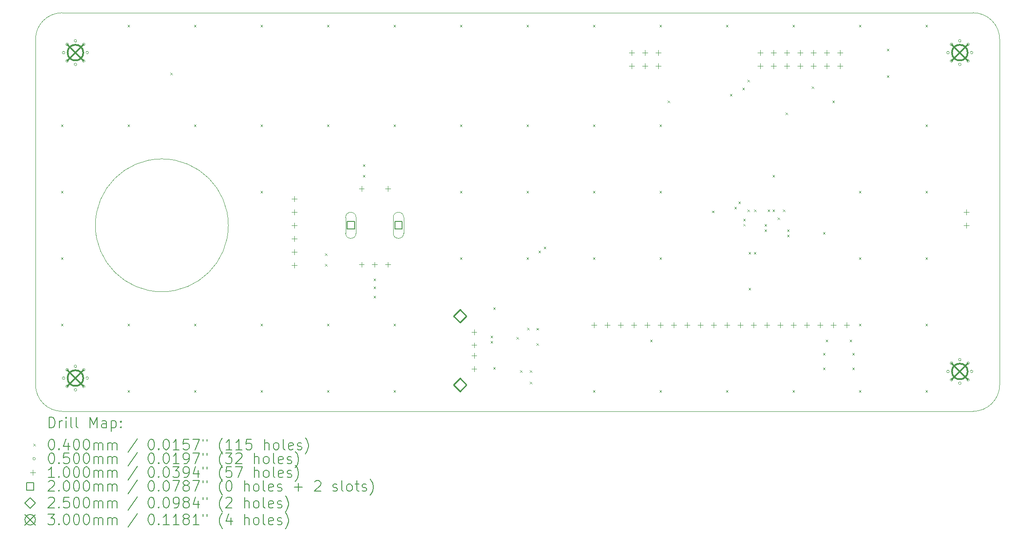
<source format=gbr>
%TF.GenerationSoftware,KiCad,Pcbnew,8.0.8*%
%TF.CreationDate,2025-01-21T16:04:31-08:00*%
%TF.ProjectId,Control,436f6e74-726f-46c2-9e6b-696361645f70,2.1*%
%TF.SameCoordinates,Original*%
%TF.FileFunction,Drillmap*%
%TF.FilePolarity,Positive*%
%FSLAX45Y45*%
G04 Gerber Fmt 4.5, Leading zero omitted, Abs format (unit mm)*
G04 Created by KiCad (PCBNEW 8.0.8) date 2025-01-21 16:04:31*
%MOMM*%
%LPD*%
G01*
G04 APERTURE LIST*
%ADD10C,0.050000*%
%ADD11C,0.200000*%
%ADD12C,0.100000*%
%ADD13C,0.250000*%
%ADD14C,0.300000*%
G04 APERTURE END LIST*
D10*
X5207000Y-13208000D02*
X5207000Y-6604000D01*
X5715000Y-13716000D02*
G75*
G02*
X5207000Y-13208000I0J508000D01*
G01*
X23114000Y-6096000D02*
G75*
G02*
X23622000Y-6604000I0J-508000D01*
G01*
X23622000Y-6604000D02*
X23622000Y-13208000D01*
X5715000Y-6096000D02*
X23114000Y-6096000D01*
X5207000Y-6604000D02*
G75*
G02*
X5715000Y-6096000I508000J0D01*
G01*
X8890000Y-10160000D02*
G75*
G02*
X6350000Y-10160000I-1270000J0D01*
G01*
X6350000Y-10160000D02*
G75*
G02*
X8890000Y-10160000I1270000J0D01*
G01*
X23622000Y-13208000D02*
G75*
G02*
X23114000Y-13716000I-508000J0D01*
G01*
X23114000Y-13716000D02*
X5715000Y-13716000D01*
D11*
D12*
X5695000Y-8235000D02*
X5735000Y-8275000D01*
X5735000Y-8235000D02*
X5695000Y-8275000D01*
X5695000Y-9505000D02*
X5735000Y-9545000D01*
X5735000Y-9505000D02*
X5695000Y-9545000D01*
X5695000Y-10775000D02*
X5735000Y-10815000D01*
X5735000Y-10775000D02*
X5695000Y-10815000D01*
X5695000Y-12045000D02*
X5735000Y-12085000D01*
X5735000Y-12045000D02*
X5695000Y-12085000D01*
X6965000Y-6330000D02*
X7005000Y-6370000D01*
X7005000Y-6330000D02*
X6965000Y-6370000D01*
X6965000Y-8235000D02*
X7005000Y-8275000D01*
X7005000Y-8235000D02*
X6965000Y-8275000D01*
X6965000Y-12045000D02*
X7005000Y-12085000D01*
X7005000Y-12045000D02*
X6965000Y-12085000D01*
X6965000Y-13315000D02*
X7005000Y-13355000D01*
X7005000Y-13315000D02*
X6965000Y-13355000D01*
X7780000Y-7242500D02*
X7820000Y-7282500D01*
X7820000Y-7242500D02*
X7780000Y-7282500D01*
X8235000Y-6330000D02*
X8275000Y-6370000D01*
X8275000Y-6330000D02*
X8235000Y-6370000D01*
X8235000Y-8235000D02*
X8275000Y-8275000D01*
X8275000Y-8235000D02*
X8235000Y-8275000D01*
X8235000Y-12045000D02*
X8275000Y-12085000D01*
X8275000Y-12045000D02*
X8235000Y-12085000D01*
X8235000Y-13315000D02*
X8275000Y-13355000D01*
X8275000Y-13315000D02*
X8235000Y-13355000D01*
X9505000Y-6330000D02*
X9545000Y-6370000D01*
X9545000Y-6330000D02*
X9505000Y-6370000D01*
X9505000Y-8235000D02*
X9545000Y-8275000D01*
X9545000Y-8235000D02*
X9505000Y-8275000D01*
X9505000Y-9505000D02*
X9545000Y-9545000D01*
X9545000Y-9505000D02*
X9505000Y-9545000D01*
X9505000Y-12045000D02*
X9545000Y-12085000D01*
X9545000Y-12045000D02*
X9505000Y-12085000D01*
X9505000Y-13315000D02*
X9545000Y-13355000D01*
X9545000Y-13315000D02*
X9505000Y-13355000D01*
X10733200Y-10698200D02*
X10773200Y-10738200D01*
X10773200Y-10698200D02*
X10733200Y-10738200D01*
X10733200Y-10901400D02*
X10773200Y-10941400D01*
X10773200Y-10901400D02*
X10733200Y-10941400D01*
X10775000Y-6330000D02*
X10815000Y-6370000D01*
X10815000Y-6330000D02*
X10775000Y-6370000D01*
X10775000Y-8235000D02*
X10815000Y-8275000D01*
X10815000Y-8235000D02*
X10775000Y-8275000D01*
X10775000Y-12045000D02*
X10815000Y-12085000D01*
X10815000Y-12045000D02*
X10775000Y-12085000D01*
X10775000Y-13315000D02*
X10815000Y-13355000D01*
X10815000Y-13315000D02*
X10775000Y-13355000D01*
X11460800Y-8997000D02*
X11500800Y-9037000D01*
X11500800Y-8997000D02*
X11460800Y-9037000D01*
X11460800Y-9200200D02*
X11500800Y-9240200D01*
X11500800Y-9200200D02*
X11460800Y-9240200D01*
X11664000Y-11181400D02*
X11704000Y-11221400D01*
X11704000Y-11181400D02*
X11664000Y-11221400D01*
X11664000Y-11333800D02*
X11704000Y-11373800D01*
X11704000Y-11333800D02*
X11664000Y-11373800D01*
X11664000Y-11511600D02*
X11704000Y-11551600D01*
X11704000Y-11511600D02*
X11664000Y-11551600D01*
X12045000Y-6330000D02*
X12085000Y-6370000D01*
X12085000Y-6330000D02*
X12045000Y-6370000D01*
X12045000Y-8235000D02*
X12085000Y-8275000D01*
X12085000Y-8235000D02*
X12045000Y-8275000D01*
X12045000Y-12045000D02*
X12085000Y-12085000D01*
X12085000Y-12045000D02*
X12045000Y-12085000D01*
X12045000Y-13315000D02*
X12085000Y-13355000D01*
X12085000Y-13315000D02*
X12045000Y-13355000D01*
X13315000Y-6330000D02*
X13355000Y-6370000D01*
X13355000Y-6330000D02*
X13315000Y-6370000D01*
X13315000Y-8235000D02*
X13355000Y-8275000D01*
X13355000Y-8235000D02*
X13315000Y-8275000D01*
X13315000Y-9505000D02*
X13355000Y-9545000D01*
X13355000Y-9505000D02*
X13315000Y-9545000D01*
X13315000Y-10775000D02*
X13355000Y-10815000D01*
X13355000Y-10775000D02*
X13315000Y-10815000D01*
X13899200Y-12273600D02*
X13939200Y-12313600D01*
X13939200Y-12273600D02*
X13899200Y-12313600D01*
X13899200Y-12375200D02*
X13939200Y-12415200D01*
X13939200Y-12375200D02*
X13899200Y-12415200D01*
X13950000Y-11727500D02*
X13990000Y-11767500D01*
X13990000Y-11727500D02*
X13950000Y-11767500D01*
X13950000Y-12870500D02*
X13990000Y-12910500D01*
X13990000Y-12870500D02*
X13950000Y-12910500D01*
X14394500Y-12299000D02*
X14434500Y-12339000D01*
X14434500Y-12299000D02*
X14394500Y-12339000D01*
X14460000Y-12932000D02*
X14500000Y-12972000D01*
X14500000Y-12932000D02*
X14460000Y-12972000D01*
X14585000Y-6330000D02*
X14625000Y-6370000D01*
X14625000Y-6330000D02*
X14585000Y-6370000D01*
X14585000Y-8235000D02*
X14625000Y-8275000D01*
X14625000Y-8235000D02*
X14585000Y-8275000D01*
X14585000Y-9505000D02*
X14625000Y-9545000D01*
X14625000Y-9505000D02*
X14585000Y-9545000D01*
X14585000Y-10775000D02*
X14625000Y-10815000D01*
X14625000Y-10775000D02*
X14585000Y-10815000D01*
X14597055Y-12121447D02*
X14637055Y-12161447D01*
X14637055Y-12121447D02*
X14597055Y-12161447D01*
X14650000Y-12932500D02*
X14690000Y-12972500D01*
X14690000Y-12932500D02*
X14650000Y-12972500D01*
X14650000Y-13148400D02*
X14690000Y-13188400D01*
X14690000Y-13148400D02*
X14650000Y-13188400D01*
X14775500Y-12416980D02*
X14815500Y-12456980D01*
X14815500Y-12416980D02*
X14775500Y-12456980D01*
X14776774Y-12123125D02*
X14816774Y-12163125D01*
X14816774Y-12123125D02*
X14776774Y-12163125D01*
X14813600Y-10648000D02*
X14853600Y-10688000D01*
X14853600Y-10648000D02*
X14813600Y-10688000D01*
X14915200Y-10571800D02*
X14955200Y-10611800D01*
X14955200Y-10571800D02*
X14915200Y-10611800D01*
X15855000Y-6330000D02*
X15895000Y-6370000D01*
X15895000Y-6330000D02*
X15855000Y-6370000D01*
X15855000Y-8235000D02*
X15895000Y-8275000D01*
X15895000Y-8235000D02*
X15855000Y-8275000D01*
X15855000Y-9505000D02*
X15895000Y-9545000D01*
X15895000Y-9505000D02*
X15855000Y-9545000D01*
X15855000Y-10775000D02*
X15895000Y-10815000D01*
X15895000Y-10775000D02*
X15855000Y-10815000D01*
X15855000Y-13315000D02*
X15895000Y-13355000D01*
X15895000Y-13315000D02*
X15855000Y-13355000D01*
X16947200Y-12349800D02*
X16987200Y-12389800D01*
X16987200Y-12349800D02*
X16947200Y-12389800D01*
X17125000Y-6330000D02*
X17165000Y-6370000D01*
X17165000Y-6330000D02*
X17125000Y-6370000D01*
X17125000Y-8235000D02*
X17165000Y-8275000D01*
X17165000Y-8235000D02*
X17125000Y-8275000D01*
X17125000Y-9505000D02*
X17165000Y-9545000D01*
X17165000Y-9505000D02*
X17125000Y-9545000D01*
X17125000Y-10775000D02*
X17165000Y-10815000D01*
X17165000Y-10775000D02*
X17125000Y-10815000D01*
X17125000Y-13315000D02*
X17165000Y-13355000D01*
X17165000Y-13315000D02*
X17125000Y-13355000D01*
X17280000Y-7777800D02*
X17320000Y-7817800D01*
X17320000Y-7777800D02*
X17280000Y-7817800D01*
X18130000Y-9880000D02*
X18170000Y-9920000D01*
X18170000Y-9880000D02*
X18130000Y-9920000D01*
X18395000Y-6330000D02*
X18435000Y-6370000D01*
X18435000Y-6330000D02*
X18395000Y-6370000D01*
X18395000Y-13315000D02*
X18435000Y-13355000D01*
X18435000Y-13315000D02*
X18395000Y-13355000D01*
X18471200Y-7650800D02*
X18511200Y-7690800D01*
X18511200Y-7650800D02*
X18471200Y-7690800D01*
X18555000Y-9805000D02*
X18595000Y-9845000D01*
X18595000Y-9805000D02*
X18555000Y-9845000D01*
X18630000Y-9705000D02*
X18670000Y-9745000D01*
X18670000Y-9705000D02*
X18630000Y-9745000D01*
X18708300Y-7530000D02*
X18748300Y-7570000D01*
X18748300Y-7530000D02*
X18708300Y-7570000D01*
X18725200Y-10038400D02*
X18765200Y-10078400D01*
X18765200Y-10038400D02*
X18725200Y-10078400D01*
X18725200Y-10133350D02*
X18765200Y-10173350D01*
X18765200Y-10133350D02*
X18725200Y-10173350D01*
X18805000Y-7380000D02*
X18845000Y-7420000D01*
X18845000Y-7380000D02*
X18805000Y-7420000D01*
X18805000Y-9860000D02*
X18845000Y-9900000D01*
X18845000Y-9860000D02*
X18805000Y-9900000D01*
X18826800Y-10673400D02*
X18866800Y-10713400D01*
X18866800Y-10673400D02*
X18826800Y-10713400D01*
X18826800Y-11359200D02*
X18866800Y-11399200D01*
X18866800Y-11359200D02*
X18826800Y-11399200D01*
X18928400Y-10673400D02*
X18968400Y-10713400D01*
X18968400Y-10673400D02*
X18928400Y-10713400D01*
X18930000Y-9860000D02*
X18970000Y-9900000D01*
X18970000Y-9860000D02*
X18930000Y-9900000D01*
X19131600Y-10140000D02*
X19171600Y-10180000D01*
X19171600Y-10140000D02*
X19131600Y-10180000D01*
X19131600Y-10241600D02*
X19171600Y-10281600D01*
X19171600Y-10241600D02*
X19131600Y-10281600D01*
X19189050Y-9860600D02*
X19229050Y-9900600D01*
X19229050Y-9860600D02*
X19189050Y-9900600D01*
X19284000Y-9200200D02*
X19324000Y-9240200D01*
X19324000Y-9200200D02*
X19284000Y-9240200D01*
X19284000Y-9860600D02*
X19324000Y-9900600D01*
X19324000Y-9860600D02*
X19284000Y-9900600D01*
X19382000Y-10013000D02*
X19422000Y-10053000D01*
X19422000Y-10013000D02*
X19382000Y-10053000D01*
X19482000Y-9860600D02*
X19522000Y-9900600D01*
X19522000Y-9860600D02*
X19482000Y-9900600D01*
X19530000Y-8005000D02*
X19570000Y-8045000D01*
X19570000Y-8005000D02*
X19530000Y-8045000D01*
X19563400Y-10241600D02*
X19603400Y-10281600D01*
X19603400Y-10241600D02*
X19563400Y-10281600D01*
X19563400Y-10343200D02*
X19603400Y-10383200D01*
X19603400Y-10343200D02*
X19563400Y-10383200D01*
X19665000Y-6330000D02*
X19705000Y-6370000D01*
X19705000Y-6330000D02*
X19665000Y-6370000D01*
X19665000Y-13315000D02*
X19705000Y-13355000D01*
X19705000Y-13315000D02*
X19665000Y-13355000D01*
X20030000Y-7505000D02*
X20070000Y-7545000D01*
X20070000Y-7505000D02*
X20030000Y-7545000D01*
X20249200Y-10292400D02*
X20289200Y-10332400D01*
X20289200Y-10292400D02*
X20249200Y-10332400D01*
X20249200Y-12603800D02*
X20289200Y-12643800D01*
X20289200Y-12603800D02*
X20249200Y-12643800D01*
X20249200Y-12883200D02*
X20289200Y-12923200D01*
X20289200Y-12883200D02*
X20249200Y-12923200D01*
X20300000Y-12349800D02*
X20340000Y-12389800D01*
X20340000Y-12349800D02*
X20300000Y-12389800D01*
X20427000Y-7777800D02*
X20467000Y-7817800D01*
X20467000Y-7777800D02*
X20427000Y-7817800D01*
X20757200Y-12349800D02*
X20797200Y-12389800D01*
X20797200Y-12349800D02*
X20757200Y-12389800D01*
X20808000Y-12603800D02*
X20848000Y-12643800D01*
X20848000Y-12603800D02*
X20808000Y-12643800D01*
X20808000Y-12883200D02*
X20848000Y-12923200D01*
X20848000Y-12883200D02*
X20808000Y-12923200D01*
X20935000Y-6330000D02*
X20975000Y-6370000D01*
X20975000Y-6330000D02*
X20935000Y-6370000D01*
X20935000Y-9505000D02*
X20975000Y-9545000D01*
X20975000Y-9505000D02*
X20935000Y-9545000D01*
X20935000Y-10775000D02*
X20975000Y-10815000D01*
X20975000Y-10775000D02*
X20935000Y-10815000D01*
X20935000Y-12045000D02*
X20975000Y-12085000D01*
X20975000Y-12045000D02*
X20935000Y-12085000D01*
X20935000Y-13315000D02*
X20975000Y-13355000D01*
X20975000Y-13315000D02*
X20935000Y-13355000D01*
X21468400Y-6787200D02*
X21508400Y-6827200D01*
X21508400Y-6787200D02*
X21468400Y-6827200D01*
X21468400Y-7295200D02*
X21508400Y-7335200D01*
X21508400Y-7295200D02*
X21468400Y-7335200D01*
X22205000Y-6330000D02*
X22245000Y-6370000D01*
X22245000Y-6330000D02*
X22205000Y-6370000D01*
X22205000Y-8235000D02*
X22245000Y-8275000D01*
X22245000Y-8235000D02*
X22205000Y-8275000D01*
X22205000Y-9505000D02*
X22245000Y-9545000D01*
X22245000Y-9505000D02*
X22205000Y-9545000D01*
X22205000Y-10775000D02*
X22245000Y-10815000D01*
X22245000Y-10775000D02*
X22205000Y-10815000D01*
X22205000Y-12045000D02*
X22245000Y-12085000D01*
X22245000Y-12045000D02*
X22205000Y-12085000D01*
X22205000Y-13315000D02*
X22245000Y-13355000D01*
X22245000Y-13315000D02*
X22205000Y-13355000D01*
X5769000Y-6858000D02*
G75*
G02*
X5719000Y-6858000I-25000J0D01*
G01*
X5719000Y-6858000D02*
G75*
G02*
X5769000Y-6858000I25000J0D01*
G01*
X5769000Y-13081000D02*
G75*
G02*
X5719000Y-13081000I-25000J0D01*
G01*
X5719000Y-13081000D02*
G75*
G02*
X5769000Y-13081000I25000J0D01*
G01*
X5834901Y-6698901D02*
G75*
G02*
X5784901Y-6698901I-25000J0D01*
G01*
X5784901Y-6698901D02*
G75*
G02*
X5834901Y-6698901I25000J0D01*
G01*
X5834901Y-7017099D02*
G75*
G02*
X5784901Y-7017099I-25000J0D01*
G01*
X5784901Y-7017099D02*
G75*
G02*
X5834901Y-7017099I25000J0D01*
G01*
X5834901Y-12921901D02*
G75*
G02*
X5784901Y-12921901I-25000J0D01*
G01*
X5784901Y-12921901D02*
G75*
G02*
X5834901Y-12921901I25000J0D01*
G01*
X5834901Y-13240099D02*
G75*
G02*
X5784901Y-13240099I-25000J0D01*
G01*
X5784901Y-13240099D02*
G75*
G02*
X5834901Y-13240099I25000J0D01*
G01*
X5994000Y-6633000D02*
G75*
G02*
X5944000Y-6633000I-25000J0D01*
G01*
X5944000Y-6633000D02*
G75*
G02*
X5994000Y-6633000I25000J0D01*
G01*
X5994000Y-7083000D02*
G75*
G02*
X5944000Y-7083000I-25000J0D01*
G01*
X5944000Y-7083000D02*
G75*
G02*
X5994000Y-7083000I25000J0D01*
G01*
X5994000Y-12856000D02*
G75*
G02*
X5944000Y-12856000I-25000J0D01*
G01*
X5944000Y-12856000D02*
G75*
G02*
X5994000Y-12856000I25000J0D01*
G01*
X5994000Y-13306000D02*
G75*
G02*
X5944000Y-13306000I-25000J0D01*
G01*
X5944000Y-13306000D02*
G75*
G02*
X5994000Y-13306000I25000J0D01*
G01*
X6153099Y-6698901D02*
G75*
G02*
X6103099Y-6698901I-25000J0D01*
G01*
X6103099Y-6698901D02*
G75*
G02*
X6153099Y-6698901I25000J0D01*
G01*
X6153099Y-7017099D02*
G75*
G02*
X6103099Y-7017099I-25000J0D01*
G01*
X6103099Y-7017099D02*
G75*
G02*
X6153099Y-7017099I25000J0D01*
G01*
X6153099Y-12921901D02*
G75*
G02*
X6103099Y-12921901I-25000J0D01*
G01*
X6103099Y-12921901D02*
G75*
G02*
X6153099Y-12921901I25000J0D01*
G01*
X6153099Y-13240099D02*
G75*
G02*
X6103099Y-13240099I-25000J0D01*
G01*
X6103099Y-13240099D02*
G75*
G02*
X6153099Y-13240099I25000J0D01*
G01*
X6219000Y-6858000D02*
G75*
G02*
X6169000Y-6858000I-25000J0D01*
G01*
X6169000Y-6858000D02*
G75*
G02*
X6219000Y-6858000I25000J0D01*
G01*
X6219000Y-13081000D02*
G75*
G02*
X6169000Y-13081000I-25000J0D01*
G01*
X6169000Y-13081000D02*
G75*
G02*
X6219000Y-13081000I25000J0D01*
G01*
X22660000Y-6858000D02*
G75*
G02*
X22610000Y-6858000I-25000J0D01*
G01*
X22610000Y-6858000D02*
G75*
G02*
X22660000Y-6858000I25000J0D01*
G01*
X22660000Y-12954000D02*
G75*
G02*
X22610000Y-12954000I-25000J0D01*
G01*
X22610000Y-12954000D02*
G75*
G02*
X22660000Y-12954000I25000J0D01*
G01*
X22725901Y-6698901D02*
G75*
G02*
X22675901Y-6698901I-25000J0D01*
G01*
X22675901Y-6698901D02*
G75*
G02*
X22725901Y-6698901I25000J0D01*
G01*
X22725901Y-7017099D02*
G75*
G02*
X22675901Y-7017099I-25000J0D01*
G01*
X22675901Y-7017099D02*
G75*
G02*
X22725901Y-7017099I25000J0D01*
G01*
X22725901Y-12794901D02*
G75*
G02*
X22675901Y-12794901I-25000J0D01*
G01*
X22675901Y-12794901D02*
G75*
G02*
X22725901Y-12794901I25000J0D01*
G01*
X22725901Y-13113099D02*
G75*
G02*
X22675901Y-13113099I-25000J0D01*
G01*
X22675901Y-13113099D02*
G75*
G02*
X22725901Y-13113099I25000J0D01*
G01*
X22885000Y-6633000D02*
G75*
G02*
X22835000Y-6633000I-25000J0D01*
G01*
X22835000Y-6633000D02*
G75*
G02*
X22885000Y-6633000I25000J0D01*
G01*
X22885000Y-7083000D02*
G75*
G02*
X22835000Y-7083000I-25000J0D01*
G01*
X22835000Y-7083000D02*
G75*
G02*
X22885000Y-7083000I25000J0D01*
G01*
X22885000Y-12729000D02*
G75*
G02*
X22835000Y-12729000I-25000J0D01*
G01*
X22835000Y-12729000D02*
G75*
G02*
X22885000Y-12729000I25000J0D01*
G01*
X22885000Y-13179000D02*
G75*
G02*
X22835000Y-13179000I-25000J0D01*
G01*
X22835000Y-13179000D02*
G75*
G02*
X22885000Y-13179000I25000J0D01*
G01*
X23044099Y-6698901D02*
G75*
G02*
X22994099Y-6698901I-25000J0D01*
G01*
X22994099Y-6698901D02*
G75*
G02*
X23044099Y-6698901I25000J0D01*
G01*
X23044099Y-7017099D02*
G75*
G02*
X22994099Y-7017099I-25000J0D01*
G01*
X22994099Y-7017099D02*
G75*
G02*
X23044099Y-7017099I25000J0D01*
G01*
X23044099Y-12794901D02*
G75*
G02*
X22994099Y-12794901I-25000J0D01*
G01*
X22994099Y-12794901D02*
G75*
G02*
X23044099Y-12794901I25000J0D01*
G01*
X23044099Y-13113099D02*
G75*
G02*
X22994099Y-13113099I-25000J0D01*
G01*
X22994099Y-13113099D02*
G75*
G02*
X23044099Y-13113099I25000J0D01*
G01*
X23110000Y-6858000D02*
G75*
G02*
X23060000Y-6858000I-25000J0D01*
G01*
X23060000Y-6858000D02*
G75*
G02*
X23110000Y-6858000I25000J0D01*
G01*
X23110000Y-12954000D02*
G75*
G02*
X23060000Y-12954000I-25000J0D01*
G01*
X23060000Y-12954000D02*
G75*
G02*
X23110000Y-12954000I25000J0D01*
G01*
X10153200Y-9605400D02*
X10153200Y-9705400D01*
X10103200Y-9655400D02*
X10203200Y-9655400D01*
X10153200Y-9859400D02*
X10153200Y-9959400D01*
X10103200Y-9909400D02*
X10203200Y-9909400D01*
X10153200Y-10113400D02*
X10153200Y-10213400D01*
X10103200Y-10163400D02*
X10203200Y-10163400D01*
X10153200Y-10367400D02*
X10153200Y-10467400D01*
X10103200Y-10417400D02*
X10203200Y-10417400D01*
X10153200Y-10621400D02*
X10153200Y-10721400D01*
X10103200Y-10671400D02*
X10203200Y-10671400D01*
X10153200Y-10875400D02*
X10153200Y-10975400D01*
X10103200Y-10925400D02*
X10203200Y-10925400D01*
X11434000Y-9410000D02*
X11434000Y-9510000D01*
X11384000Y-9460000D02*
X11484000Y-9460000D01*
X11434000Y-10860000D02*
X11434000Y-10960000D01*
X11384000Y-10910000D02*
X11484000Y-10910000D01*
X11684000Y-10860000D02*
X11684000Y-10960000D01*
X11634000Y-10910000D02*
X11734000Y-10910000D01*
X11934000Y-9410000D02*
X11934000Y-9510000D01*
X11884000Y-9460000D02*
X11984000Y-9460000D01*
X11934000Y-10860000D02*
X11934000Y-10960000D01*
X11884000Y-10910000D02*
X11984000Y-10910000D01*
X13584400Y-12151300D02*
X13584400Y-12251300D01*
X13534400Y-12201300D02*
X13634400Y-12201300D01*
X13584400Y-12401300D02*
X13584400Y-12501300D01*
X13534400Y-12451300D02*
X13634400Y-12451300D01*
X13584400Y-12601300D02*
X13584400Y-12701300D01*
X13534400Y-12651300D02*
X13634400Y-12651300D01*
X13584400Y-12851300D02*
X13584400Y-12951300D01*
X13534400Y-12901300D02*
X13634400Y-12901300D01*
X15875000Y-12015000D02*
X15875000Y-12115000D01*
X15825000Y-12065000D02*
X15925000Y-12065000D01*
X16129000Y-12015000D02*
X16129000Y-12115000D01*
X16079000Y-12065000D02*
X16179000Y-12065000D01*
X16383000Y-12015000D02*
X16383000Y-12115000D01*
X16333000Y-12065000D02*
X16433000Y-12065000D01*
X16596500Y-6808000D02*
X16596500Y-6908000D01*
X16546500Y-6858000D02*
X16646500Y-6858000D01*
X16596500Y-7062000D02*
X16596500Y-7162000D01*
X16546500Y-7112000D02*
X16646500Y-7112000D01*
X16637000Y-12015000D02*
X16637000Y-12115000D01*
X16587000Y-12065000D02*
X16687000Y-12065000D01*
X16850500Y-6808000D02*
X16850500Y-6908000D01*
X16800500Y-6858000D02*
X16900500Y-6858000D01*
X16850500Y-7062000D02*
X16850500Y-7162000D01*
X16800500Y-7112000D02*
X16900500Y-7112000D01*
X16891000Y-12015000D02*
X16891000Y-12115000D01*
X16841000Y-12065000D02*
X16941000Y-12065000D01*
X17104500Y-6808000D02*
X17104500Y-6908000D01*
X17054500Y-6858000D02*
X17154500Y-6858000D01*
X17104500Y-7062000D02*
X17104500Y-7162000D01*
X17054500Y-7112000D02*
X17154500Y-7112000D01*
X17145000Y-12015000D02*
X17145000Y-12115000D01*
X17095000Y-12065000D02*
X17195000Y-12065000D01*
X17399000Y-12015000D02*
X17399000Y-12115000D01*
X17349000Y-12065000D02*
X17449000Y-12065000D01*
X17653000Y-12015000D02*
X17653000Y-12115000D01*
X17603000Y-12065000D02*
X17703000Y-12065000D01*
X17907000Y-12015000D02*
X17907000Y-12115000D01*
X17857000Y-12065000D02*
X17957000Y-12065000D01*
X18161000Y-12015000D02*
X18161000Y-12115000D01*
X18111000Y-12065000D02*
X18211000Y-12065000D01*
X18415000Y-12015000D02*
X18415000Y-12115000D01*
X18365000Y-12065000D02*
X18465000Y-12065000D01*
X18669000Y-12015000D02*
X18669000Y-12115000D01*
X18619000Y-12065000D02*
X18719000Y-12065000D01*
X18923000Y-12015000D02*
X18923000Y-12115000D01*
X18873000Y-12065000D02*
X18973000Y-12065000D01*
X19050000Y-6808000D02*
X19050000Y-6908000D01*
X19000000Y-6858000D02*
X19100000Y-6858000D01*
X19050000Y-7062000D02*
X19050000Y-7162000D01*
X19000000Y-7112000D02*
X19100000Y-7112000D01*
X19177000Y-12015000D02*
X19177000Y-12115000D01*
X19127000Y-12065000D02*
X19227000Y-12065000D01*
X19304000Y-6808000D02*
X19304000Y-6908000D01*
X19254000Y-6858000D02*
X19354000Y-6858000D01*
X19304000Y-7062000D02*
X19304000Y-7162000D01*
X19254000Y-7112000D02*
X19354000Y-7112000D01*
X19431000Y-12015000D02*
X19431000Y-12115000D01*
X19381000Y-12065000D02*
X19481000Y-12065000D01*
X19558000Y-6808000D02*
X19558000Y-6908000D01*
X19508000Y-6858000D02*
X19608000Y-6858000D01*
X19558000Y-7062000D02*
X19558000Y-7162000D01*
X19508000Y-7112000D02*
X19608000Y-7112000D01*
X19685000Y-12015000D02*
X19685000Y-12115000D01*
X19635000Y-12065000D02*
X19735000Y-12065000D01*
X19812000Y-6808000D02*
X19812000Y-6908000D01*
X19762000Y-6858000D02*
X19862000Y-6858000D01*
X19812000Y-7062000D02*
X19812000Y-7162000D01*
X19762000Y-7112000D02*
X19862000Y-7112000D01*
X19939000Y-12015000D02*
X19939000Y-12115000D01*
X19889000Y-12065000D02*
X19989000Y-12065000D01*
X20066000Y-6808000D02*
X20066000Y-6908000D01*
X20016000Y-6858000D02*
X20116000Y-6858000D01*
X20066000Y-7062000D02*
X20066000Y-7162000D01*
X20016000Y-7112000D02*
X20116000Y-7112000D01*
X20193000Y-12015000D02*
X20193000Y-12115000D01*
X20143000Y-12065000D02*
X20243000Y-12065000D01*
X20320000Y-6808000D02*
X20320000Y-6908000D01*
X20270000Y-6858000D02*
X20370000Y-6858000D01*
X20320000Y-7062000D02*
X20320000Y-7162000D01*
X20270000Y-7112000D02*
X20370000Y-7112000D01*
X20447000Y-12015000D02*
X20447000Y-12115000D01*
X20397000Y-12065000D02*
X20497000Y-12065000D01*
X20574000Y-6808000D02*
X20574000Y-6908000D01*
X20524000Y-6858000D02*
X20624000Y-6858000D01*
X20574000Y-7062000D02*
X20574000Y-7162000D01*
X20524000Y-7112000D02*
X20624000Y-7112000D01*
X20701000Y-12015000D02*
X20701000Y-12115000D01*
X20651000Y-12065000D02*
X20751000Y-12065000D01*
X22987000Y-9856000D02*
X22987000Y-9956000D01*
X22937000Y-9906000D02*
X23037000Y-9906000D01*
X22987000Y-10110000D02*
X22987000Y-10210000D01*
X22937000Y-10160000D02*
X23037000Y-10160000D01*
D11*
X11299711Y-10230711D02*
X11299711Y-10089289D01*
X11158289Y-10089289D01*
X11158289Y-10230711D01*
X11299711Y-10230711D01*
D12*
X11329000Y-10310000D02*
X11329000Y-10010000D01*
X11129000Y-10010000D02*
G75*
G02*
X11329000Y-10010000I100000J0D01*
G01*
X11129000Y-10010000D02*
X11129000Y-10310000D01*
X11129000Y-10310000D02*
G75*
G03*
X11329000Y-10310000I100000J0D01*
G01*
D11*
X12209711Y-10230711D02*
X12209711Y-10089289D01*
X12068289Y-10089289D01*
X12068289Y-10230711D01*
X12209711Y-10230711D01*
D12*
X12239000Y-10310000D02*
X12239000Y-10010000D01*
X12039000Y-10010000D02*
G75*
G02*
X12239000Y-10010000I100000J0D01*
G01*
X12039000Y-10010000D02*
X12039000Y-10310000D01*
X12039000Y-10310000D02*
G75*
G03*
X12239000Y-10310000I100000J0D01*
G01*
D13*
X13313400Y-12019300D02*
X13438400Y-11894300D01*
X13313400Y-11769300D01*
X13188400Y-11894300D01*
X13313400Y-12019300D01*
X13313400Y-13333300D02*
X13438400Y-13208300D01*
X13313400Y-13083300D01*
X13188400Y-13208300D01*
X13313400Y-13333300D01*
D14*
X5819000Y-6708000D02*
X6119000Y-7008000D01*
X6119000Y-6708000D02*
X5819000Y-7008000D01*
X6119000Y-6858000D02*
G75*
G02*
X5819000Y-6858000I-150000J0D01*
G01*
X5819000Y-6858000D02*
G75*
G02*
X6119000Y-6858000I150000J0D01*
G01*
X5819000Y-12931000D02*
X6119000Y-13231000D01*
X6119000Y-12931000D02*
X5819000Y-13231000D01*
X6119000Y-13081000D02*
G75*
G02*
X5819000Y-13081000I-150000J0D01*
G01*
X5819000Y-13081000D02*
G75*
G02*
X6119000Y-13081000I150000J0D01*
G01*
X22710000Y-6708000D02*
X23010000Y-7008000D01*
X23010000Y-6708000D02*
X22710000Y-7008000D01*
X23010000Y-6858000D02*
G75*
G02*
X22710000Y-6858000I-150000J0D01*
G01*
X22710000Y-6858000D02*
G75*
G02*
X23010000Y-6858000I150000J0D01*
G01*
X22710000Y-12804000D02*
X23010000Y-13104000D01*
X23010000Y-12804000D02*
X22710000Y-13104000D01*
X23010000Y-12954000D02*
G75*
G02*
X22710000Y-12954000I-150000J0D01*
G01*
X22710000Y-12954000D02*
G75*
G02*
X23010000Y-12954000I150000J0D01*
G01*
D11*
X5465277Y-14029984D02*
X5465277Y-13829984D01*
X5465277Y-13829984D02*
X5512896Y-13829984D01*
X5512896Y-13829984D02*
X5541467Y-13839508D01*
X5541467Y-13839508D02*
X5560515Y-13858555D01*
X5560515Y-13858555D02*
X5570039Y-13877603D01*
X5570039Y-13877603D02*
X5579563Y-13915698D01*
X5579563Y-13915698D02*
X5579563Y-13944269D01*
X5579563Y-13944269D02*
X5570039Y-13982365D01*
X5570039Y-13982365D02*
X5560515Y-14001412D01*
X5560515Y-14001412D02*
X5541467Y-14020460D01*
X5541467Y-14020460D02*
X5512896Y-14029984D01*
X5512896Y-14029984D02*
X5465277Y-14029984D01*
X5665277Y-14029984D02*
X5665277Y-13896650D01*
X5665277Y-13934746D02*
X5674801Y-13915698D01*
X5674801Y-13915698D02*
X5684324Y-13906174D01*
X5684324Y-13906174D02*
X5703372Y-13896650D01*
X5703372Y-13896650D02*
X5722420Y-13896650D01*
X5789086Y-14029984D02*
X5789086Y-13896650D01*
X5789086Y-13829984D02*
X5779562Y-13839508D01*
X5779562Y-13839508D02*
X5789086Y-13849031D01*
X5789086Y-13849031D02*
X5798610Y-13839508D01*
X5798610Y-13839508D02*
X5789086Y-13829984D01*
X5789086Y-13829984D02*
X5789086Y-13849031D01*
X5912896Y-14029984D02*
X5893848Y-14020460D01*
X5893848Y-14020460D02*
X5884324Y-14001412D01*
X5884324Y-14001412D02*
X5884324Y-13829984D01*
X6017658Y-14029984D02*
X5998610Y-14020460D01*
X5998610Y-14020460D02*
X5989086Y-14001412D01*
X5989086Y-14001412D02*
X5989086Y-13829984D01*
X6246229Y-14029984D02*
X6246229Y-13829984D01*
X6246229Y-13829984D02*
X6312896Y-13972841D01*
X6312896Y-13972841D02*
X6379562Y-13829984D01*
X6379562Y-13829984D02*
X6379562Y-14029984D01*
X6560515Y-14029984D02*
X6560515Y-13925222D01*
X6560515Y-13925222D02*
X6550991Y-13906174D01*
X6550991Y-13906174D02*
X6531943Y-13896650D01*
X6531943Y-13896650D02*
X6493848Y-13896650D01*
X6493848Y-13896650D02*
X6474801Y-13906174D01*
X6560515Y-14020460D02*
X6541467Y-14029984D01*
X6541467Y-14029984D02*
X6493848Y-14029984D01*
X6493848Y-14029984D02*
X6474801Y-14020460D01*
X6474801Y-14020460D02*
X6465277Y-14001412D01*
X6465277Y-14001412D02*
X6465277Y-13982365D01*
X6465277Y-13982365D02*
X6474801Y-13963317D01*
X6474801Y-13963317D02*
X6493848Y-13953793D01*
X6493848Y-13953793D02*
X6541467Y-13953793D01*
X6541467Y-13953793D02*
X6560515Y-13944269D01*
X6655753Y-13896650D02*
X6655753Y-14096650D01*
X6655753Y-13906174D02*
X6674801Y-13896650D01*
X6674801Y-13896650D02*
X6712896Y-13896650D01*
X6712896Y-13896650D02*
X6731943Y-13906174D01*
X6731943Y-13906174D02*
X6741467Y-13915698D01*
X6741467Y-13915698D02*
X6750991Y-13934746D01*
X6750991Y-13934746D02*
X6750991Y-13991888D01*
X6750991Y-13991888D02*
X6741467Y-14010936D01*
X6741467Y-14010936D02*
X6731943Y-14020460D01*
X6731943Y-14020460D02*
X6712896Y-14029984D01*
X6712896Y-14029984D02*
X6674801Y-14029984D01*
X6674801Y-14029984D02*
X6655753Y-14020460D01*
X6836705Y-14010936D02*
X6846229Y-14020460D01*
X6846229Y-14020460D02*
X6836705Y-14029984D01*
X6836705Y-14029984D02*
X6827182Y-14020460D01*
X6827182Y-14020460D02*
X6836705Y-14010936D01*
X6836705Y-14010936D02*
X6836705Y-14029984D01*
X6836705Y-13906174D02*
X6846229Y-13915698D01*
X6846229Y-13915698D02*
X6836705Y-13925222D01*
X6836705Y-13925222D02*
X6827182Y-13915698D01*
X6827182Y-13915698D02*
X6836705Y-13906174D01*
X6836705Y-13906174D02*
X6836705Y-13925222D01*
D12*
X5164500Y-14338500D02*
X5204500Y-14378500D01*
X5204500Y-14338500D02*
X5164500Y-14378500D01*
D11*
X5503372Y-14249984D02*
X5522420Y-14249984D01*
X5522420Y-14249984D02*
X5541467Y-14259508D01*
X5541467Y-14259508D02*
X5550991Y-14269031D01*
X5550991Y-14269031D02*
X5560515Y-14288079D01*
X5560515Y-14288079D02*
X5570039Y-14326174D01*
X5570039Y-14326174D02*
X5570039Y-14373793D01*
X5570039Y-14373793D02*
X5560515Y-14411888D01*
X5560515Y-14411888D02*
X5550991Y-14430936D01*
X5550991Y-14430936D02*
X5541467Y-14440460D01*
X5541467Y-14440460D02*
X5522420Y-14449984D01*
X5522420Y-14449984D02*
X5503372Y-14449984D01*
X5503372Y-14449984D02*
X5484324Y-14440460D01*
X5484324Y-14440460D02*
X5474801Y-14430936D01*
X5474801Y-14430936D02*
X5465277Y-14411888D01*
X5465277Y-14411888D02*
X5455753Y-14373793D01*
X5455753Y-14373793D02*
X5455753Y-14326174D01*
X5455753Y-14326174D02*
X5465277Y-14288079D01*
X5465277Y-14288079D02*
X5474801Y-14269031D01*
X5474801Y-14269031D02*
X5484324Y-14259508D01*
X5484324Y-14259508D02*
X5503372Y-14249984D01*
X5655753Y-14430936D02*
X5665277Y-14440460D01*
X5665277Y-14440460D02*
X5655753Y-14449984D01*
X5655753Y-14449984D02*
X5646229Y-14440460D01*
X5646229Y-14440460D02*
X5655753Y-14430936D01*
X5655753Y-14430936D02*
X5655753Y-14449984D01*
X5836705Y-14316650D02*
X5836705Y-14449984D01*
X5789086Y-14240460D02*
X5741467Y-14383317D01*
X5741467Y-14383317D02*
X5865277Y-14383317D01*
X5979562Y-14249984D02*
X5998610Y-14249984D01*
X5998610Y-14249984D02*
X6017658Y-14259508D01*
X6017658Y-14259508D02*
X6027182Y-14269031D01*
X6027182Y-14269031D02*
X6036705Y-14288079D01*
X6036705Y-14288079D02*
X6046229Y-14326174D01*
X6046229Y-14326174D02*
X6046229Y-14373793D01*
X6046229Y-14373793D02*
X6036705Y-14411888D01*
X6036705Y-14411888D02*
X6027182Y-14430936D01*
X6027182Y-14430936D02*
X6017658Y-14440460D01*
X6017658Y-14440460D02*
X5998610Y-14449984D01*
X5998610Y-14449984D02*
X5979562Y-14449984D01*
X5979562Y-14449984D02*
X5960515Y-14440460D01*
X5960515Y-14440460D02*
X5950991Y-14430936D01*
X5950991Y-14430936D02*
X5941467Y-14411888D01*
X5941467Y-14411888D02*
X5931943Y-14373793D01*
X5931943Y-14373793D02*
X5931943Y-14326174D01*
X5931943Y-14326174D02*
X5941467Y-14288079D01*
X5941467Y-14288079D02*
X5950991Y-14269031D01*
X5950991Y-14269031D02*
X5960515Y-14259508D01*
X5960515Y-14259508D02*
X5979562Y-14249984D01*
X6170039Y-14249984D02*
X6189086Y-14249984D01*
X6189086Y-14249984D02*
X6208134Y-14259508D01*
X6208134Y-14259508D02*
X6217658Y-14269031D01*
X6217658Y-14269031D02*
X6227182Y-14288079D01*
X6227182Y-14288079D02*
X6236705Y-14326174D01*
X6236705Y-14326174D02*
X6236705Y-14373793D01*
X6236705Y-14373793D02*
X6227182Y-14411888D01*
X6227182Y-14411888D02*
X6217658Y-14430936D01*
X6217658Y-14430936D02*
X6208134Y-14440460D01*
X6208134Y-14440460D02*
X6189086Y-14449984D01*
X6189086Y-14449984D02*
X6170039Y-14449984D01*
X6170039Y-14449984D02*
X6150991Y-14440460D01*
X6150991Y-14440460D02*
X6141467Y-14430936D01*
X6141467Y-14430936D02*
X6131943Y-14411888D01*
X6131943Y-14411888D02*
X6122420Y-14373793D01*
X6122420Y-14373793D02*
X6122420Y-14326174D01*
X6122420Y-14326174D02*
X6131943Y-14288079D01*
X6131943Y-14288079D02*
X6141467Y-14269031D01*
X6141467Y-14269031D02*
X6150991Y-14259508D01*
X6150991Y-14259508D02*
X6170039Y-14249984D01*
X6322420Y-14449984D02*
X6322420Y-14316650D01*
X6322420Y-14335698D02*
X6331943Y-14326174D01*
X6331943Y-14326174D02*
X6350991Y-14316650D01*
X6350991Y-14316650D02*
X6379563Y-14316650D01*
X6379563Y-14316650D02*
X6398610Y-14326174D01*
X6398610Y-14326174D02*
X6408134Y-14345222D01*
X6408134Y-14345222D02*
X6408134Y-14449984D01*
X6408134Y-14345222D02*
X6417658Y-14326174D01*
X6417658Y-14326174D02*
X6436705Y-14316650D01*
X6436705Y-14316650D02*
X6465277Y-14316650D01*
X6465277Y-14316650D02*
X6484324Y-14326174D01*
X6484324Y-14326174D02*
X6493848Y-14345222D01*
X6493848Y-14345222D02*
X6493848Y-14449984D01*
X6589086Y-14449984D02*
X6589086Y-14316650D01*
X6589086Y-14335698D02*
X6598610Y-14326174D01*
X6598610Y-14326174D02*
X6617658Y-14316650D01*
X6617658Y-14316650D02*
X6646229Y-14316650D01*
X6646229Y-14316650D02*
X6665277Y-14326174D01*
X6665277Y-14326174D02*
X6674801Y-14345222D01*
X6674801Y-14345222D02*
X6674801Y-14449984D01*
X6674801Y-14345222D02*
X6684324Y-14326174D01*
X6684324Y-14326174D02*
X6703372Y-14316650D01*
X6703372Y-14316650D02*
X6731943Y-14316650D01*
X6731943Y-14316650D02*
X6750991Y-14326174D01*
X6750991Y-14326174D02*
X6760515Y-14345222D01*
X6760515Y-14345222D02*
X6760515Y-14449984D01*
X7150991Y-14240460D02*
X6979563Y-14497603D01*
X7408134Y-14249984D02*
X7427182Y-14249984D01*
X7427182Y-14249984D02*
X7446229Y-14259508D01*
X7446229Y-14259508D02*
X7455753Y-14269031D01*
X7455753Y-14269031D02*
X7465277Y-14288079D01*
X7465277Y-14288079D02*
X7474801Y-14326174D01*
X7474801Y-14326174D02*
X7474801Y-14373793D01*
X7474801Y-14373793D02*
X7465277Y-14411888D01*
X7465277Y-14411888D02*
X7455753Y-14430936D01*
X7455753Y-14430936D02*
X7446229Y-14440460D01*
X7446229Y-14440460D02*
X7427182Y-14449984D01*
X7427182Y-14449984D02*
X7408134Y-14449984D01*
X7408134Y-14449984D02*
X7389086Y-14440460D01*
X7389086Y-14440460D02*
X7379563Y-14430936D01*
X7379563Y-14430936D02*
X7370039Y-14411888D01*
X7370039Y-14411888D02*
X7360515Y-14373793D01*
X7360515Y-14373793D02*
X7360515Y-14326174D01*
X7360515Y-14326174D02*
X7370039Y-14288079D01*
X7370039Y-14288079D02*
X7379563Y-14269031D01*
X7379563Y-14269031D02*
X7389086Y-14259508D01*
X7389086Y-14259508D02*
X7408134Y-14249984D01*
X7560515Y-14430936D02*
X7570039Y-14440460D01*
X7570039Y-14440460D02*
X7560515Y-14449984D01*
X7560515Y-14449984D02*
X7550991Y-14440460D01*
X7550991Y-14440460D02*
X7560515Y-14430936D01*
X7560515Y-14430936D02*
X7560515Y-14449984D01*
X7693848Y-14249984D02*
X7712896Y-14249984D01*
X7712896Y-14249984D02*
X7731944Y-14259508D01*
X7731944Y-14259508D02*
X7741467Y-14269031D01*
X7741467Y-14269031D02*
X7750991Y-14288079D01*
X7750991Y-14288079D02*
X7760515Y-14326174D01*
X7760515Y-14326174D02*
X7760515Y-14373793D01*
X7760515Y-14373793D02*
X7750991Y-14411888D01*
X7750991Y-14411888D02*
X7741467Y-14430936D01*
X7741467Y-14430936D02*
X7731944Y-14440460D01*
X7731944Y-14440460D02*
X7712896Y-14449984D01*
X7712896Y-14449984D02*
X7693848Y-14449984D01*
X7693848Y-14449984D02*
X7674801Y-14440460D01*
X7674801Y-14440460D02*
X7665277Y-14430936D01*
X7665277Y-14430936D02*
X7655753Y-14411888D01*
X7655753Y-14411888D02*
X7646229Y-14373793D01*
X7646229Y-14373793D02*
X7646229Y-14326174D01*
X7646229Y-14326174D02*
X7655753Y-14288079D01*
X7655753Y-14288079D02*
X7665277Y-14269031D01*
X7665277Y-14269031D02*
X7674801Y-14259508D01*
X7674801Y-14259508D02*
X7693848Y-14249984D01*
X7950991Y-14449984D02*
X7836706Y-14449984D01*
X7893848Y-14449984D02*
X7893848Y-14249984D01*
X7893848Y-14249984D02*
X7874801Y-14278555D01*
X7874801Y-14278555D02*
X7855753Y-14297603D01*
X7855753Y-14297603D02*
X7836706Y-14307127D01*
X8131944Y-14249984D02*
X8036706Y-14249984D01*
X8036706Y-14249984D02*
X8027182Y-14345222D01*
X8027182Y-14345222D02*
X8036706Y-14335698D01*
X8036706Y-14335698D02*
X8055753Y-14326174D01*
X8055753Y-14326174D02*
X8103372Y-14326174D01*
X8103372Y-14326174D02*
X8122420Y-14335698D01*
X8122420Y-14335698D02*
X8131944Y-14345222D01*
X8131944Y-14345222D02*
X8141467Y-14364269D01*
X8141467Y-14364269D02*
X8141467Y-14411888D01*
X8141467Y-14411888D02*
X8131944Y-14430936D01*
X8131944Y-14430936D02*
X8122420Y-14440460D01*
X8122420Y-14440460D02*
X8103372Y-14449984D01*
X8103372Y-14449984D02*
X8055753Y-14449984D01*
X8055753Y-14449984D02*
X8036706Y-14440460D01*
X8036706Y-14440460D02*
X8027182Y-14430936D01*
X8208134Y-14249984D02*
X8341467Y-14249984D01*
X8341467Y-14249984D02*
X8255753Y-14449984D01*
X8408134Y-14249984D02*
X8408134Y-14288079D01*
X8484325Y-14249984D02*
X8484325Y-14288079D01*
X8779563Y-14526174D02*
X8770039Y-14516650D01*
X8770039Y-14516650D02*
X8750991Y-14488079D01*
X8750991Y-14488079D02*
X8741468Y-14469031D01*
X8741468Y-14469031D02*
X8731944Y-14440460D01*
X8731944Y-14440460D02*
X8722420Y-14392841D01*
X8722420Y-14392841D02*
X8722420Y-14354746D01*
X8722420Y-14354746D02*
X8731944Y-14307127D01*
X8731944Y-14307127D02*
X8741468Y-14278555D01*
X8741468Y-14278555D02*
X8750991Y-14259508D01*
X8750991Y-14259508D02*
X8770039Y-14230936D01*
X8770039Y-14230936D02*
X8779563Y-14221412D01*
X8960515Y-14449984D02*
X8846230Y-14449984D01*
X8903372Y-14449984D02*
X8903372Y-14249984D01*
X8903372Y-14249984D02*
X8884325Y-14278555D01*
X8884325Y-14278555D02*
X8865277Y-14297603D01*
X8865277Y-14297603D02*
X8846230Y-14307127D01*
X9150991Y-14449984D02*
X9036706Y-14449984D01*
X9093849Y-14449984D02*
X9093849Y-14249984D01*
X9093849Y-14249984D02*
X9074801Y-14278555D01*
X9074801Y-14278555D02*
X9055753Y-14297603D01*
X9055753Y-14297603D02*
X9036706Y-14307127D01*
X9331944Y-14249984D02*
X9236706Y-14249984D01*
X9236706Y-14249984D02*
X9227182Y-14345222D01*
X9227182Y-14345222D02*
X9236706Y-14335698D01*
X9236706Y-14335698D02*
X9255753Y-14326174D01*
X9255753Y-14326174D02*
X9303372Y-14326174D01*
X9303372Y-14326174D02*
X9322420Y-14335698D01*
X9322420Y-14335698D02*
X9331944Y-14345222D01*
X9331944Y-14345222D02*
X9341468Y-14364269D01*
X9341468Y-14364269D02*
X9341468Y-14411888D01*
X9341468Y-14411888D02*
X9331944Y-14430936D01*
X9331944Y-14430936D02*
X9322420Y-14440460D01*
X9322420Y-14440460D02*
X9303372Y-14449984D01*
X9303372Y-14449984D02*
X9255753Y-14449984D01*
X9255753Y-14449984D02*
X9236706Y-14440460D01*
X9236706Y-14440460D02*
X9227182Y-14430936D01*
X9579563Y-14449984D02*
X9579563Y-14249984D01*
X9665277Y-14449984D02*
X9665277Y-14345222D01*
X9665277Y-14345222D02*
X9655753Y-14326174D01*
X9655753Y-14326174D02*
X9636706Y-14316650D01*
X9636706Y-14316650D02*
X9608134Y-14316650D01*
X9608134Y-14316650D02*
X9589087Y-14326174D01*
X9589087Y-14326174D02*
X9579563Y-14335698D01*
X9789087Y-14449984D02*
X9770039Y-14440460D01*
X9770039Y-14440460D02*
X9760515Y-14430936D01*
X9760515Y-14430936D02*
X9750992Y-14411888D01*
X9750992Y-14411888D02*
X9750992Y-14354746D01*
X9750992Y-14354746D02*
X9760515Y-14335698D01*
X9760515Y-14335698D02*
X9770039Y-14326174D01*
X9770039Y-14326174D02*
X9789087Y-14316650D01*
X9789087Y-14316650D02*
X9817658Y-14316650D01*
X9817658Y-14316650D02*
X9836706Y-14326174D01*
X9836706Y-14326174D02*
X9846230Y-14335698D01*
X9846230Y-14335698D02*
X9855753Y-14354746D01*
X9855753Y-14354746D02*
X9855753Y-14411888D01*
X9855753Y-14411888D02*
X9846230Y-14430936D01*
X9846230Y-14430936D02*
X9836706Y-14440460D01*
X9836706Y-14440460D02*
X9817658Y-14449984D01*
X9817658Y-14449984D02*
X9789087Y-14449984D01*
X9970039Y-14449984D02*
X9950992Y-14440460D01*
X9950992Y-14440460D02*
X9941468Y-14421412D01*
X9941468Y-14421412D02*
X9941468Y-14249984D01*
X10122420Y-14440460D02*
X10103373Y-14449984D01*
X10103373Y-14449984D02*
X10065277Y-14449984D01*
X10065277Y-14449984D02*
X10046230Y-14440460D01*
X10046230Y-14440460D02*
X10036706Y-14421412D01*
X10036706Y-14421412D02*
X10036706Y-14345222D01*
X10036706Y-14345222D02*
X10046230Y-14326174D01*
X10046230Y-14326174D02*
X10065277Y-14316650D01*
X10065277Y-14316650D02*
X10103373Y-14316650D01*
X10103373Y-14316650D02*
X10122420Y-14326174D01*
X10122420Y-14326174D02*
X10131944Y-14345222D01*
X10131944Y-14345222D02*
X10131944Y-14364269D01*
X10131944Y-14364269D02*
X10036706Y-14383317D01*
X10208134Y-14440460D02*
X10227182Y-14449984D01*
X10227182Y-14449984D02*
X10265277Y-14449984D01*
X10265277Y-14449984D02*
X10284325Y-14440460D01*
X10284325Y-14440460D02*
X10293849Y-14421412D01*
X10293849Y-14421412D02*
X10293849Y-14411888D01*
X10293849Y-14411888D02*
X10284325Y-14392841D01*
X10284325Y-14392841D02*
X10265277Y-14383317D01*
X10265277Y-14383317D02*
X10236706Y-14383317D01*
X10236706Y-14383317D02*
X10217658Y-14373793D01*
X10217658Y-14373793D02*
X10208134Y-14354746D01*
X10208134Y-14354746D02*
X10208134Y-14345222D01*
X10208134Y-14345222D02*
X10217658Y-14326174D01*
X10217658Y-14326174D02*
X10236706Y-14316650D01*
X10236706Y-14316650D02*
X10265277Y-14316650D01*
X10265277Y-14316650D02*
X10284325Y-14326174D01*
X10360515Y-14526174D02*
X10370039Y-14516650D01*
X10370039Y-14516650D02*
X10389087Y-14488079D01*
X10389087Y-14488079D02*
X10398611Y-14469031D01*
X10398611Y-14469031D02*
X10408134Y-14440460D01*
X10408134Y-14440460D02*
X10417658Y-14392841D01*
X10417658Y-14392841D02*
X10417658Y-14354746D01*
X10417658Y-14354746D02*
X10408134Y-14307127D01*
X10408134Y-14307127D02*
X10398611Y-14278555D01*
X10398611Y-14278555D02*
X10389087Y-14259508D01*
X10389087Y-14259508D02*
X10370039Y-14230936D01*
X10370039Y-14230936D02*
X10360515Y-14221412D01*
D12*
X5204500Y-14622500D02*
G75*
G02*
X5154500Y-14622500I-25000J0D01*
G01*
X5154500Y-14622500D02*
G75*
G02*
X5204500Y-14622500I25000J0D01*
G01*
D11*
X5503372Y-14513984D02*
X5522420Y-14513984D01*
X5522420Y-14513984D02*
X5541467Y-14523508D01*
X5541467Y-14523508D02*
X5550991Y-14533031D01*
X5550991Y-14533031D02*
X5560515Y-14552079D01*
X5560515Y-14552079D02*
X5570039Y-14590174D01*
X5570039Y-14590174D02*
X5570039Y-14637793D01*
X5570039Y-14637793D02*
X5560515Y-14675888D01*
X5560515Y-14675888D02*
X5550991Y-14694936D01*
X5550991Y-14694936D02*
X5541467Y-14704460D01*
X5541467Y-14704460D02*
X5522420Y-14713984D01*
X5522420Y-14713984D02*
X5503372Y-14713984D01*
X5503372Y-14713984D02*
X5484324Y-14704460D01*
X5484324Y-14704460D02*
X5474801Y-14694936D01*
X5474801Y-14694936D02*
X5465277Y-14675888D01*
X5465277Y-14675888D02*
X5455753Y-14637793D01*
X5455753Y-14637793D02*
X5455753Y-14590174D01*
X5455753Y-14590174D02*
X5465277Y-14552079D01*
X5465277Y-14552079D02*
X5474801Y-14533031D01*
X5474801Y-14533031D02*
X5484324Y-14523508D01*
X5484324Y-14523508D02*
X5503372Y-14513984D01*
X5655753Y-14694936D02*
X5665277Y-14704460D01*
X5665277Y-14704460D02*
X5655753Y-14713984D01*
X5655753Y-14713984D02*
X5646229Y-14704460D01*
X5646229Y-14704460D02*
X5655753Y-14694936D01*
X5655753Y-14694936D02*
X5655753Y-14713984D01*
X5846229Y-14513984D02*
X5750991Y-14513984D01*
X5750991Y-14513984D02*
X5741467Y-14609222D01*
X5741467Y-14609222D02*
X5750991Y-14599698D01*
X5750991Y-14599698D02*
X5770039Y-14590174D01*
X5770039Y-14590174D02*
X5817658Y-14590174D01*
X5817658Y-14590174D02*
X5836705Y-14599698D01*
X5836705Y-14599698D02*
X5846229Y-14609222D01*
X5846229Y-14609222D02*
X5855753Y-14628269D01*
X5855753Y-14628269D02*
X5855753Y-14675888D01*
X5855753Y-14675888D02*
X5846229Y-14694936D01*
X5846229Y-14694936D02*
X5836705Y-14704460D01*
X5836705Y-14704460D02*
X5817658Y-14713984D01*
X5817658Y-14713984D02*
X5770039Y-14713984D01*
X5770039Y-14713984D02*
X5750991Y-14704460D01*
X5750991Y-14704460D02*
X5741467Y-14694936D01*
X5979562Y-14513984D02*
X5998610Y-14513984D01*
X5998610Y-14513984D02*
X6017658Y-14523508D01*
X6017658Y-14523508D02*
X6027182Y-14533031D01*
X6027182Y-14533031D02*
X6036705Y-14552079D01*
X6036705Y-14552079D02*
X6046229Y-14590174D01*
X6046229Y-14590174D02*
X6046229Y-14637793D01*
X6046229Y-14637793D02*
X6036705Y-14675888D01*
X6036705Y-14675888D02*
X6027182Y-14694936D01*
X6027182Y-14694936D02*
X6017658Y-14704460D01*
X6017658Y-14704460D02*
X5998610Y-14713984D01*
X5998610Y-14713984D02*
X5979562Y-14713984D01*
X5979562Y-14713984D02*
X5960515Y-14704460D01*
X5960515Y-14704460D02*
X5950991Y-14694936D01*
X5950991Y-14694936D02*
X5941467Y-14675888D01*
X5941467Y-14675888D02*
X5931943Y-14637793D01*
X5931943Y-14637793D02*
X5931943Y-14590174D01*
X5931943Y-14590174D02*
X5941467Y-14552079D01*
X5941467Y-14552079D02*
X5950991Y-14533031D01*
X5950991Y-14533031D02*
X5960515Y-14523508D01*
X5960515Y-14523508D02*
X5979562Y-14513984D01*
X6170039Y-14513984D02*
X6189086Y-14513984D01*
X6189086Y-14513984D02*
X6208134Y-14523508D01*
X6208134Y-14523508D02*
X6217658Y-14533031D01*
X6217658Y-14533031D02*
X6227182Y-14552079D01*
X6227182Y-14552079D02*
X6236705Y-14590174D01*
X6236705Y-14590174D02*
X6236705Y-14637793D01*
X6236705Y-14637793D02*
X6227182Y-14675888D01*
X6227182Y-14675888D02*
X6217658Y-14694936D01*
X6217658Y-14694936D02*
X6208134Y-14704460D01*
X6208134Y-14704460D02*
X6189086Y-14713984D01*
X6189086Y-14713984D02*
X6170039Y-14713984D01*
X6170039Y-14713984D02*
X6150991Y-14704460D01*
X6150991Y-14704460D02*
X6141467Y-14694936D01*
X6141467Y-14694936D02*
X6131943Y-14675888D01*
X6131943Y-14675888D02*
X6122420Y-14637793D01*
X6122420Y-14637793D02*
X6122420Y-14590174D01*
X6122420Y-14590174D02*
X6131943Y-14552079D01*
X6131943Y-14552079D02*
X6141467Y-14533031D01*
X6141467Y-14533031D02*
X6150991Y-14523508D01*
X6150991Y-14523508D02*
X6170039Y-14513984D01*
X6322420Y-14713984D02*
X6322420Y-14580650D01*
X6322420Y-14599698D02*
X6331943Y-14590174D01*
X6331943Y-14590174D02*
X6350991Y-14580650D01*
X6350991Y-14580650D02*
X6379563Y-14580650D01*
X6379563Y-14580650D02*
X6398610Y-14590174D01*
X6398610Y-14590174D02*
X6408134Y-14609222D01*
X6408134Y-14609222D02*
X6408134Y-14713984D01*
X6408134Y-14609222D02*
X6417658Y-14590174D01*
X6417658Y-14590174D02*
X6436705Y-14580650D01*
X6436705Y-14580650D02*
X6465277Y-14580650D01*
X6465277Y-14580650D02*
X6484324Y-14590174D01*
X6484324Y-14590174D02*
X6493848Y-14609222D01*
X6493848Y-14609222D02*
X6493848Y-14713984D01*
X6589086Y-14713984D02*
X6589086Y-14580650D01*
X6589086Y-14599698D02*
X6598610Y-14590174D01*
X6598610Y-14590174D02*
X6617658Y-14580650D01*
X6617658Y-14580650D02*
X6646229Y-14580650D01*
X6646229Y-14580650D02*
X6665277Y-14590174D01*
X6665277Y-14590174D02*
X6674801Y-14609222D01*
X6674801Y-14609222D02*
X6674801Y-14713984D01*
X6674801Y-14609222D02*
X6684324Y-14590174D01*
X6684324Y-14590174D02*
X6703372Y-14580650D01*
X6703372Y-14580650D02*
X6731943Y-14580650D01*
X6731943Y-14580650D02*
X6750991Y-14590174D01*
X6750991Y-14590174D02*
X6760515Y-14609222D01*
X6760515Y-14609222D02*
X6760515Y-14713984D01*
X7150991Y-14504460D02*
X6979563Y-14761603D01*
X7408134Y-14513984D02*
X7427182Y-14513984D01*
X7427182Y-14513984D02*
X7446229Y-14523508D01*
X7446229Y-14523508D02*
X7455753Y-14533031D01*
X7455753Y-14533031D02*
X7465277Y-14552079D01*
X7465277Y-14552079D02*
X7474801Y-14590174D01*
X7474801Y-14590174D02*
X7474801Y-14637793D01*
X7474801Y-14637793D02*
X7465277Y-14675888D01*
X7465277Y-14675888D02*
X7455753Y-14694936D01*
X7455753Y-14694936D02*
X7446229Y-14704460D01*
X7446229Y-14704460D02*
X7427182Y-14713984D01*
X7427182Y-14713984D02*
X7408134Y-14713984D01*
X7408134Y-14713984D02*
X7389086Y-14704460D01*
X7389086Y-14704460D02*
X7379563Y-14694936D01*
X7379563Y-14694936D02*
X7370039Y-14675888D01*
X7370039Y-14675888D02*
X7360515Y-14637793D01*
X7360515Y-14637793D02*
X7360515Y-14590174D01*
X7360515Y-14590174D02*
X7370039Y-14552079D01*
X7370039Y-14552079D02*
X7379563Y-14533031D01*
X7379563Y-14533031D02*
X7389086Y-14523508D01*
X7389086Y-14523508D02*
X7408134Y-14513984D01*
X7560515Y-14694936D02*
X7570039Y-14704460D01*
X7570039Y-14704460D02*
X7560515Y-14713984D01*
X7560515Y-14713984D02*
X7550991Y-14704460D01*
X7550991Y-14704460D02*
X7560515Y-14694936D01*
X7560515Y-14694936D02*
X7560515Y-14713984D01*
X7693848Y-14513984D02*
X7712896Y-14513984D01*
X7712896Y-14513984D02*
X7731944Y-14523508D01*
X7731944Y-14523508D02*
X7741467Y-14533031D01*
X7741467Y-14533031D02*
X7750991Y-14552079D01*
X7750991Y-14552079D02*
X7760515Y-14590174D01*
X7760515Y-14590174D02*
X7760515Y-14637793D01*
X7760515Y-14637793D02*
X7750991Y-14675888D01*
X7750991Y-14675888D02*
X7741467Y-14694936D01*
X7741467Y-14694936D02*
X7731944Y-14704460D01*
X7731944Y-14704460D02*
X7712896Y-14713984D01*
X7712896Y-14713984D02*
X7693848Y-14713984D01*
X7693848Y-14713984D02*
X7674801Y-14704460D01*
X7674801Y-14704460D02*
X7665277Y-14694936D01*
X7665277Y-14694936D02*
X7655753Y-14675888D01*
X7655753Y-14675888D02*
X7646229Y-14637793D01*
X7646229Y-14637793D02*
X7646229Y-14590174D01*
X7646229Y-14590174D02*
X7655753Y-14552079D01*
X7655753Y-14552079D02*
X7665277Y-14533031D01*
X7665277Y-14533031D02*
X7674801Y-14523508D01*
X7674801Y-14523508D02*
X7693848Y-14513984D01*
X7950991Y-14713984D02*
X7836706Y-14713984D01*
X7893848Y-14713984D02*
X7893848Y-14513984D01*
X7893848Y-14513984D02*
X7874801Y-14542555D01*
X7874801Y-14542555D02*
X7855753Y-14561603D01*
X7855753Y-14561603D02*
X7836706Y-14571127D01*
X8046229Y-14713984D02*
X8084325Y-14713984D01*
X8084325Y-14713984D02*
X8103372Y-14704460D01*
X8103372Y-14704460D02*
X8112896Y-14694936D01*
X8112896Y-14694936D02*
X8131944Y-14666365D01*
X8131944Y-14666365D02*
X8141467Y-14628269D01*
X8141467Y-14628269D02*
X8141467Y-14552079D01*
X8141467Y-14552079D02*
X8131944Y-14533031D01*
X8131944Y-14533031D02*
X8122420Y-14523508D01*
X8122420Y-14523508D02*
X8103372Y-14513984D01*
X8103372Y-14513984D02*
X8065277Y-14513984D01*
X8065277Y-14513984D02*
X8046229Y-14523508D01*
X8046229Y-14523508D02*
X8036706Y-14533031D01*
X8036706Y-14533031D02*
X8027182Y-14552079D01*
X8027182Y-14552079D02*
X8027182Y-14599698D01*
X8027182Y-14599698D02*
X8036706Y-14618746D01*
X8036706Y-14618746D02*
X8046229Y-14628269D01*
X8046229Y-14628269D02*
X8065277Y-14637793D01*
X8065277Y-14637793D02*
X8103372Y-14637793D01*
X8103372Y-14637793D02*
X8122420Y-14628269D01*
X8122420Y-14628269D02*
X8131944Y-14618746D01*
X8131944Y-14618746D02*
X8141467Y-14599698D01*
X8208134Y-14513984D02*
X8341467Y-14513984D01*
X8341467Y-14513984D02*
X8255753Y-14713984D01*
X8408134Y-14513984D02*
X8408134Y-14552079D01*
X8484325Y-14513984D02*
X8484325Y-14552079D01*
X8779563Y-14790174D02*
X8770039Y-14780650D01*
X8770039Y-14780650D02*
X8750991Y-14752079D01*
X8750991Y-14752079D02*
X8741468Y-14733031D01*
X8741468Y-14733031D02*
X8731944Y-14704460D01*
X8731944Y-14704460D02*
X8722420Y-14656841D01*
X8722420Y-14656841D02*
X8722420Y-14618746D01*
X8722420Y-14618746D02*
X8731944Y-14571127D01*
X8731944Y-14571127D02*
X8741468Y-14542555D01*
X8741468Y-14542555D02*
X8750991Y-14523508D01*
X8750991Y-14523508D02*
X8770039Y-14494936D01*
X8770039Y-14494936D02*
X8779563Y-14485412D01*
X8836706Y-14513984D02*
X8960515Y-14513984D01*
X8960515Y-14513984D02*
X8893849Y-14590174D01*
X8893849Y-14590174D02*
X8922420Y-14590174D01*
X8922420Y-14590174D02*
X8941468Y-14599698D01*
X8941468Y-14599698D02*
X8950991Y-14609222D01*
X8950991Y-14609222D02*
X8960515Y-14628269D01*
X8960515Y-14628269D02*
X8960515Y-14675888D01*
X8960515Y-14675888D02*
X8950991Y-14694936D01*
X8950991Y-14694936D02*
X8941468Y-14704460D01*
X8941468Y-14704460D02*
X8922420Y-14713984D01*
X8922420Y-14713984D02*
X8865277Y-14713984D01*
X8865277Y-14713984D02*
X8846230Y-14704460D01*
X8846230Y-14704460D02*
X8836706Y-14694936D01*
X9036706Y-14533031D02*
X9046230Y-14523508D01*
X9046230Y-14523508D02*
X9065277Y-14513984D01*
X9065277Y-14513984D02*
X9112896Y-14513984D01*
X9112896Y-14513984D02*
X9131944Y-14523508D01*
X9131944Y-14523508D02*
X9141468Y-14533031D01*
X9141468Y-14533031D02*
X9150991Y-14552079D01*
X9150991Y-14552079D02*
X9150991Y-14571127D01*
X9150991Y-14571127D02*
X9141468Y-14599698D01*
X9141468Y-14599698D02*
X9027182Y-14713984D01*
X9027182Y-14713984D02*
X9150991Y-14713984D01*
X9389087Y-14713984D02*
X9389087Y-14513984D01*
X9474801Y-14713984D02*
X9474801Y-14609222D01*
X9474801Y-14609222D02*
X9465277Y-14590174D01*
X9465277Y-14590174D02*
X9446230Y-14580650D01*
X9446230Y-14580650D02*
X9417658Y-14580650D01*
X9417658Y-14580650D02*
X9398611Y-14590174D01*
X9398611Y-14590174D02*
X9389087Y-14599698D01*
X9598611Y-14713984D02*
X9579563Y-14704460D01*
X9579563Y-14704460D02*
X9570039Y-14694936D01*
X9570039Y-14694936D02*
X9560515Y-14675888D01*
X9560515Y-14675888D02*
X9560515Y-14618746D01*
X9560515Y-14618746D02*
X9570039Y-14599698D01*
X9570039Y-14599698D02*
X9579563Y-14590174D01*
X9579563Y-14590174D02*
X9598611Y-14580650D01*
X9598611Y-14580650D02*
X9627182Y-14580650D01*
X9627182Y-14580650D02*
X9646230Y-14590174D01*
X9646230Y-14590174D02*
X9655753Y-14599698D01*
X9655753Y-14599698D02*
X9665277Y-14618746D01*
X9665277Y-14618746D02*
X9665277Y-14675888D01*
X9665277Y-14675888D02*
X9655753Y-14694936D01*
X9655753Y-14694936D02*
X9646230Y-14704460D01*
X9646230Y-14704460D02*
X9627182Y-14713984D01*
X9627182Y-14713984D02*
X9598611Y-14713984D01*
X9779563Y-14713984D02*
X9760515Y-14704460D01*
X9760515Y-14704460D02*
X9750992Y-14685412D01*
X9750992Y-14685412D02*
X9750992Y-14513984D01*
X9931944Y-14704460D02*
X9912896Y-14713984D01*
X9912896Y-14713984D02*
X9874801Y-14713984D01*
X9874801Y-14713984D02*
X9855753Y-14704460D01*
X9855753Y-14704460D02*
X9846230Y-14685412D01*
X9846230Y-14685412D02*
X9846230Y-14609222D01*
X9846230Y-14609222D02*
X9855753Y-14590174D01*
X9855753Y-14590174D02*
X9874801Y-14580650D01*
X9874801Y-14580650D02*
X9912896Y-14580650D01*
X9912896Y-14580650D02*
X9931944Y-14590174D01*
X9931944Y-14590174D02*
X9941468Y-14609222D01*
X9941468Y-14609222D02*
X9941468Y-14628269D01*
X9941468Y-14628269D02*
X9846230Y-14647317D01*
X10017658Y-14704460D02*
X10036706Y-14713984D01*
X10036706Y-14713984D02*
X10074801Y-14713984D01*
X10074801Y-14713984D02*
X10093849Y-14704460D01*
X10093849Y-14704460D02*
X10103373Y-14685412D01*
X10103373Y-14685412D02*
X10103373Y-14675888D01*
X10103373Y-14675888D02*
X10093849Y-14656841D01*
X10093849Y-14656841D02*
X10074801Y-14647317D01*
X10074801Y-14647317D02*
X10046230Y-14647317D01*
X10046230Y-14647317D02*
X10027182Y-14637793D01*
X10027182Y-14637793D02*
X10017658Y-14618746D01*
X10017658Y-14618746D02*
X10017658Y-14609222D01*
X10017658Y-14609222D02*
X10027182Y-14590174D01*
X10027182Y-14590174D02*
X10046230Y-14580650D01*
X10046230Y-14580650D02*
X10074801Y-14580650D01*
X10074801Y-14580650D02*
X10093849Y-14590174D01*
X10170039Y-14790174D02*
X10179563Y-14780650D01*
X10179563Y-14780650D02*
X10198611Y-14752079D01*
X10198611Y-14752079D02*
X10208134Y-14733031D01*
X10208134Y-14733031D02*
X10217658Y-14704460D01*
X10217658Y-14704460D02*
X10227182Y-14656841D01*
X10227182Y-14656841D02*
X10227182Y-14618746D01*
X10227182Y-14618746D02*
X10217658Y-14571127D01*
X10217658Y-14571127D02*
X10208134Y-14542555D01*
X10208134Y-14542555D02*
X10198611Y-14523508D01*
X10198611Y-14523508D02*
X10179563Y-14494936D01*
X10179563Y-14494936D02*
X10170039Y-14485412D01*
D12*
X5154500Y-14836500D02*
X5154500Y-14936500D01*
X5104500Y-14886500D02*
X5204500Y-14886500D01*
D11*
X5570039Y-14977984D02*
X5455753Y-14977984D01*
X5512896Y-14977984D02*
X5512896Y-14777984D01*
X5512896Y-14777984D02*
X5493848Y-14806555D01*
X5493848Y-14806555D02*
X5474801Y-14825603D01*
X5474801Y-14825603D02*
X5455753Y-14835127D01*
X5655753Y-14958936D02*
X5665277Y-14968460D01*
X5665277Y-14968460D02*
X5655753Y-14977984D01*
X5655753Y-14977984D02*
X5646229Y-14968460D01*
X5646229Y-14968460D02*
X5655753Y-14958936D01*
X5655753Y-14958936D02*
X5655753Y-14977984D01*
X5789086Y-14777984D02*
X5808134Y-14777984D01*
X5808134Y-14777984D02*
X5827182Y-14787508D01*
X5827182Y-14787508D02*
X5836705Y-14797031D01*
X5836705Y-14797031D02*
X5846229Y-14816079D01*
X5846229Y-14816079D02*
X5855753Y-14854174D01*
X5855753Y-14854174D02*
X5855753Y-14901793D01*
X5855753Y-14901793D02*
X5846229Y-14939888D01*
X5846229Y-14939888D02*
X5836705Y-14958936D01*
X5836705Y-14958936D02*
X5827182Y-14968460D01*
X5827182Y-14968460D02*
X5808134Y-14977984D01*
X5808134Y-14977984D02*
X5789086Y-14977984D01*
X5789086Y-14977984D02*
X5770039Y-14968460D01*
X5770039Y-14968460D02*
X5760515Y-14958936D01*
X5760515Y-14958936D02*
X5750991Y-14939888D01*
X5750991Y-14939888D02*
X5741467Y-14901793D01*
X5741467Y-14901793D02*
X5741467Y-14854174D01*
X5741467Y-14854174D02*
X5750991Y-14816079D01*
X5750991Y-14816079D02*
X5760515Y-14797031D01*
X5760515Y-14797031D02*
X5770039Y-14787508D01*
X5770039Y-14787508D02*
X5789086Y-14777984D01*
X5979562Y-14777984D02*
X5998610Y-14777984D01*
X5998610Y-14777984D02*
X6017658Y-14787508D01*
X6017658Y-14787508D02*
X6027182Y-14797031D01*
X6027182Y-14797031D02*
X6036705Y-14816079D01*
X6036705Y-14816079D02*
X6046229Y-14854174D01*
X6046229Y-14854174D02*
X6046229Y-14901793D01*
X6046229Y-14901793D02*
X6036705Y-14939888D01*
X6036705Y-14939888D02*
X6027182Y-14958936D01*
X6027182Y-14958936D02*
X6017658Y-14968460D01*
X6017658Y-14968460D02*
X5998610Y-14977984D01*
X5998610Y-14977984D02*
X5979562Y-14977984D01*
X5979562Y-14977984D02*
X5960515Y-14968460D01*
X5960515Y-14968460D02*
X5950991Y-14958936D01*
X5950991Y-14958936D02*
X5941467Y-14939888D01*
X5941467Y-14939888D02*
X5931943Y-14901793D01*
X5931943Y-14901793D02*
X5931943Y-14854174D01*
X5931943Y-14854174D02*
X5941467Y-14816079D01*
X5941467Y-14816079D02*
X5950991Y-14797031D01*
X5950991Y-14797031D02*
X5960515Y-14787508D01*
X5960515Y-14787508D02*
X5979562Y-14777984D01*
X6170039Y-14777984D02*
X6189086Y-14777984D01*
X6189086Y-14777984D02*
X6208134Y-14787508D01*
X6208134Y-14787508D02*
X6217658Y-14797031D01*
X6217658Y-14797031D02*
X6227182Y-14816079D01*
X6227182Y-14816079D02*
X6236705Y-14854174D01*
X6236705Y-14854174D02*
X6236705Y-14901793D01*
X6236705Y-14901793D02*
X6227182Y-14939888D01*
X6227182Y-14939888D02*
X6217658Y-14958936D01*
X6217658Y-14958936D02*
X6208134Y-14968460D01*
X6208134Y-14968460D02*
X6189086Y-14977984D01*
X6189086Y-14977984D02*
X6170039Y-14977984D01*
X6170039Y-14977984D02*
X6150991Y-14968460D01*
X6150991Y-14968460D02*
X6141467Y-14958936D01*
X6141467Y-14958936D02*
X6131943Y-14939888D01*
X6131943Y-14939888D02*
X6122420Y-14901793D01*
X6122420Y-14901793D02*
X6122420Y-14854174D01*
X6122420Y-14854174D02*
X6131943Y-14816079D01*
X6131943Y-14816079D02*
X6141467Y-14797031D01*
X6141467Y-14797031D02*
X6150991Y-14787508D01*
X6150991Y-14787508D02*
X6170039Y-14777984D01*
X6322420Y-14977984D02*
X6322420Y-14844650D01*
X6322420Y-14863698D02*
X6331943Y-14854174D01*
X6331943Y-14854174D02*
X6350991Y-14844650D01*
X6350991Y-14844650D02*
X6379563Y-14844650D01*
X6379563Y-14844650D02*
X6398610Y-14854174D01*
X6398610Y-14854174D02*
X6408134Y-14873222D01*
X6408134Y-14873222D02*
X6408134Y-14977984D01*
X6408134Y-14873222D02*
X6417658Y-14854174D01*
X6417658Y-14854174D02*
X6436705Y-14844650D01*
X6436705Y-14844650D02*
X6465277Y-14844650D01*
X6465277Y-14844650D02*
X6484324Y-14854174D01*
X6484324Y-14854174D02*
X6493848Y-14873222D01*
X6493848Y-14873222D02*
X6493848Y-14977984D01*
X6589086Y-14977984D02*
X6589086Y-14844650D01*
X6589086Y-14863698D02*
X6598610Y-14854174D01*
X6598610Y-14854174D02*
X6617658Y-14844650D01*
X6617658Y-14844650D02*
X6646229Y-14844650D01*
X6646229Y-14844650D02*
X6665277Y-14854174D01*
X6665277Y-14854174D02*
X6674801Y-14873222D01*
X6674801Y-14873222D02*
X6674801Y-14977984D01*
X6674801Y-14873222D02*
X6684324Y-14854174D01*
X6684324Y-14854174D02*
X6703372Y-14844650D01*
X6703372Y-14844650D02*
X6731943Y-14844650D01*
X6731943Y-14844650D02*
X6750991Y-14854174D01*
X6750991Y-14854174D02*
X6760515Y-14873222D01*
X6760515Y-14873222D02*
X6760515Y-14977984D01*
X7150991Y-14768460D02*
X6979563Y-15025603D01*
X7408134Y-14777984D02*
X7427182Y-14777984D01*
X7427182Y-14777984D02*
X7446229Y-14787508D01*
X7446229Y-14787508D02*
X7455753Y-14797031D01*
X7455753Y-14797031D02*
X7465277Y-14816079D01*
X7465277Y-14816079D02*
X7474801Y-14854174D01*
X7474801Y-14854174D02*
X7474801Y-14901793D01*
X7474801Y-14901793D02*
X7465277Y-14939888D01*
X7465277Y-14939888D02*
X7455753Y-14958936D01*
X7455753Y-14958936D02*
X7446229Y-14968460D01*
X7446229Y-14968460D02*
X7427182Y-14977984D01*
X7427182Y-14977984D02*
X7408134Y-14977984D01*
X7408134Y-14977984D02*
X7389086Y-14968460D01*
X7389086Y-14968460D02*
X7379563Y-14958936D01*
X7379563Y-14958936D02*
X7370039Y-14939888D01*
X7370039Y-14939888D02*
X7360515Y-14901793D01*
X7360515Y-14901793D02*
X7360515Y-14854174D01*
X7360515Y-14854174D02*
X7370039Y-14816079D01*
X7370039Y-14816079D02*
X7379563Y-14797031D01*
X7379563Y-14797031D02*
X7389086Y-14787508D01*
X7389086Y-14787508D02*
X7408134Y-14777984D01*
X7560515Y-14958936D02*
X7570039Y-14968460D01*
X7570039Y-14968460D02*
X7560515Y-14977984D01*
X7560515Y-14977984D02*
X7550991Y-14968460D01*
X7550991Y-14968460D02*
X7560515Y-14958936D01*
X7560515Y-14958936D02*
X7560515Y-14977984D01*
X7693848Y-14777984D02*
X7712896Y-14777984D01*
X7712896Y-14777984D02*
X7731944Y-14787508D01*
X7731944Y-14787508D02*
X7741467Y-14797031D01*
X7741467Y-14797031D02*
X7750991Y-14816079D01*
X7750991Y-14816079D02*
X7760515Y-14854174D01*
X7760515Y-14854174D02*
X7760515Y-14901793D01*
X7760515Y-14901793D02*
X7750991Y-14939888D01*
X7750991Y-14939888D02*
X7741467Y-14958936D01*
X7741467Y-14958936D02*
X7731944Y-14968460D01*
X7731944Y-14968460D02*
X7712896Y-14977984D01*
X7712896Y-14977984D02*
X7693848Y-14977984D01*
X7693848Y-14977984D02*
X7674801Y-14968460D01*
X7674801Y-14968460D02*
X7665277Y-14958936D01*
X7665277Y-14958936D02*
X7655753Y-14939888D01*
X7655753Y-14939888D02*
X7646229Y-14901793D01*
X7646229Y-14901793D02*
X7646229Y-14854174D01*
X7646229Y-14854174D02*
X7655753Y-14816079D01*
X7655753Y-14816079D02*
X7665277Y-14797031D01*
X7665277Y-14797031D02*
X7674801Y-14787508D01*
X7674801Y-14787508D02*
X7693848Y-14777984D01*
X7827182Y-14777984D02*
X7950991Y-14777984D01*
X7950991Y-14777984D02*
X7884325Y-14854174D01*
X7884325Y-14854174D02*
X7912896Y-14854174D01*
X7912896Y-14854174D02*
X7931944Y-14863698D01*
X7931944Y-14863698D02*
X7941467Y-14873222D01*
X7941467Y-14873222D02*
X7950991Y-14892269D01*
X7950991Y-14892269D02*
X7950991Y-14939888D01*
X7950991Y-14939888D02*
X7941467Y-14958936D01*
X7941467Y-14958936D02*
X7931944Y-14968460D01*
X7931944Y-14968460D02*
X7912896Y-14977984D01*
X7912896Y-14977984D02*
X7855753Y-14977984D01*
X7855753Y-14977984D02*
X7836706Y-14968460D01*
X7836706Y-14968460D02*
X7827182Y-14958936D01*
X8046229Y-14977984D02*
X8084325Y-14977984D01*
X8084325Y-14977984D02*
X8103372Y-14968460D01*
X8103372Y-14968460D02*
X8112896Y-14958936D01*
X8112896Y-14958936D02*
X8131944Y-14930365D01*
X8131944Y-14930365D02*
X8141467Y-14892269D01*
X8141467Y-14892269D02*
X8141467Y-14816079D01*
X8141467Y-14816079D02*
X8131944Y-14797031D01*
X8131944Y-14797031D02*
X8122420Y-14787508D01*
X8122420Y-14787508D02*
X8103372Y-14777984D01*
X8103372Y-14777984D02*
X8065277Y-14777984D01*
X8065277Y-14777984D02*
X8046229Y-14787508D01*
X8046229Y-14787508D02*
X8036706Y-14797031D01*
X8036706Y-14797031D02*
X8027182Y-14816079D01*
X8027182Y-14816079D02*
X8027182Y-14863698D01*
X8027182Y-14863698D02*
X8036706Y-14882746D01*
X8036706Y-14882746D02*
X8046229Y-14892269D01*
X8046229Y-14892269D02*
X8065277Y-14901793D01*
X8065277Y-14901793D02*
X8103372Y-14901793D01*
X8103372Y-14901793D02*
X8122420Y-14892269D01*
X8122420Y-14892269D02*
X8131944Y-14882746D01*
X8131944Y-14882746D02*
X8141467Y-14863698D01*
X8312896Y-14844650D02*
X8312896Y-14977984D01*
X8265277Y-14768460D02*
X8217658Y-14911317D01*
X8217658Y-14911317D02*
X8341467Y-14911317D01*
X8408134Y-14777984D02*
X8408134Y-14816079D01*
X8484325Y-14777984D02*
X8484325Y-14816079D01*
X8779563Y-15054174D02*
X8770039Y-15044650D01*
X8770039Y-15044650D02*
X8750991Y-15016079D01*
X8750991Y-15016079D02*
X8741468Y-14997031D01*
X8741468Y-14997031D02*
X8731944Y-14968460D01*
X8731944Y-14968460D02*
X8722420Y-14920841D01*
X8722420Y-14920841D02*
X8722420Y-14882746D01*
X8722420Y-14882746D02*
X8731944Y-14835127D01*
X8731944Y-14835127D02*
X8741468Y-14806555D01*
X8741468Y-14806555D02*
X8750991Y-14787508D01*
X8750991Y-14787508D02*
X8770039Y-14758936D01*
X8770039Y-14758936D02*
X8779563Y-14749412D01*
X8950991Y-14777984D02*
X8855753Y-14777984D01*
X8855753Y-14777984D02*
X8846230Y-14873222D01*
X8846230Y-14873222D02*
X8855753Y-14863698D01*
X8855753Y-14863698D02*
X8874801Y-14854174D01*
X8874801Y-14854174D02*
X8922420Y-14854174D01*
X8922420Y-14854174D02*
X8941468Y-14863698D01*
X8941468Y-14863698D02*
X8950991Y-14873222D01*
X8950991Y-14873222D02*
X8960515Y-14892269D01*
X8960515Y-14892269D02*
X8960515Y-14939888D01*
X8960515Y-14939888D02*
X8950991Y-14958936D01*
X8950991Y-14958936D02*
X8941468Y-14968460D01*
X8941468Y-14968460D02*
X8922420Y-14977984D01*
X8922420Y-14977984D02*
X8874801Y-14977984D01*
X8874801Y-14977984D02*
X8855753Y-14968460D01*
X8855753Y-14968460D02*
X8846230Y-14958936D01*
X9027182Y-14777984D02*
X9160515Y-14777984D01*
X9160515Y-14777984D02*
X9074801Y-14977984D01*
X9389087Y-14977984D02*
X9389087Y-14777984D01*
X9474801Y-14977984D02*
X9474801Y-14873222D01*
X9474801Y-14873222D02*
X9465277Y-14854174D01*
X9465277Y-14854174D02*
X9446230Y-14844650D01*
X9446230Y-14844650D02*
X9417658Y-14844650D01*
X9417658Y-14844650D02*
X9398611Y-14854174D01*
X9398611Y-14854174D02*
X9389087Y-14863698D01*
X9598611Y-14977984D02*
X9579563Y-14968460D01*
X9579563Y-14968460D02*
X9570039Y-14958936D01*
X9570039Y-14958936D02*
X9560515Y-14939888D01*
X9560515Y-14939888D02*
X9560515Y-14882746D01*
X9560515Y-14882746D02*
X9570039Y-14863698D01*
X9570039Y-14863698D02*
X9579563Y-14854174D01*
X9579563Y-14854174D02*
X9598611Y-14844650D01*
X9598611Y-14844650D02*
X9627182Y-14844650D01*
X9627182Y-14844650D02*
X9646230Y-14854174D01*
X9646230Y-14854174D02*
X9655753Y-14863698D01*
X9655753Y-14863698D02*
X9665277Y-14882746D01*
X9665277Y-14882746D02*
X9665277Y-14939888D01*
X9665277Y-14939888D02*
X9655753Y-14958936D01*
X9655753Y-14958936D02*
X9646230Y-14968460D01*
X9646230Y-14968460D02*
X9627182Y-14977984D01*
X9627182Y-14977984D02*
X9598611Y-14977984D01*
X9779563Y-14977984D02*
X9760515Y-14968460D01*
X9760515Y-14968460D02*
X9750992Y-14949412D01*
X9750992Y-14949412D02*
X9750992Y-14777984D01*
X9931944Y-14968460D02*
X9912896Y-14977984D01*
X9912896Y-14977984D02*
X9874801Y-14977984D01*
X9874801Y-14977984D02*
X9855753Y-14968460D01*
X9855753Y-14968460D02*
X9846230Y-14949412D01*
X9846230Y-14949412D02*
X9846230Y-14873222D01*
X9846230Y-14873222D02*
X9855753Y-14854174D01*
X9855753Y-14854174D02*
X9874801Y-14844650D01*
X9874801Y-14844650D02*
X9912896Y-14844650D01*
X9912896Y-14844650D02*
X9931944Y-14854174D01*
X9931944Y-14854174D02*
X9941468Y-14873222D01*
X9941468Y-14873222D02*
X9941468Y-14892269D01*
X9941468Y-14892269D02*
X9846230Y-14911317D01*
X10017658Y-14968460D02*
X10036706Y-14977984D01*
X10036706Y-14977984D02*
X10074801Y-14977984D01*
X10074801Y-14977984D02*
X10093849Y-14968460D01*
X10093849Y-14968460D02*
X10103373Y-14949412D01*
X10103373Y-14949412D02*
X10103373Y-14939888D01*
X10103373Y-14939888D02*
X10093849Y-14920841D01*
X10093849Y-14920841D02*
X10074801Y-14911317D01*
X10074801Y-14911317D02*
X10046230Y-14911317D01*
X10046230Y-14911317D02*
X10027182Y-14901793D01*
X10027182Y-14901793D02*
X10017658Y-14882746D01*
X10017658Y-14882746D02*
X10017658Y-14873222D01*
X10017658Y-14873222D02*
X10027182Y-14854174D01*
X10027182Y-14854174D02*
X10046230Y-14844650D01*
X10046230Y-14844650D02*
X10074801Y-14844650D01*
X10074801Y-14844650D02*
X10093849Y-14854174D01*
X10170039Y-15054174D02*
X10179563Y-15044650D01*
X10179563Y-15044650D02*
X10198611Y-15016079D01*
X10198611Y-15016079D02*
X10208134Y-14997031D01*
X10208134Y-14997031D02*
X10217658Y-14968460D01*
X10217658Y-14968460D02*
X10227182Y-14920841D01*
X10227182Y-14920841D02*
X10227182Y-14882746D01*
X10227182Y-14882746D02*
X10217658Y-14835127D01*
X10217658Y-14835127D02*
X10208134Y-14806555D01*
X10208134Y-14806555D02*
X10198611Y-14787508D01*
X10198611Y-14787508D02*
X10179563Y-14758936D01*
X10179563Y-14758936D02*
X10170039Y-14749412D01*
X5175211Y-15221211D02*
X5175211Y-15079789D01*
X5033789Y-15079789D01*
X5033789Y-15221211D01*
X5175211Y-15221211D01*
X5455753Y-15061031D02*
X5465277Y-15051508D01*
X5465277Y-15051508D02*
X5484324Y-15041984D01*
X5484324Y-15041984D02*
X5531944Y-15041984D01*
X5531944Y-15041984D02*
X5550991Y-15051508D01*
X5550991Y-15051508D02*
X5560515Y-15061031D01*
X5560515Y-15061031D02*
X5570039Y-15080079D01*
X5570039Y-15080079D02*
X5570039Y-15099127D01*
X5570039Y-15099127D02*
X5560515Y-15127698D01*
X5560515Y-15127698D02*
X5446229Y-15241984D01*
X5446229Y-15241984D02*
X5570039Y-15241984D01*
X5655753Y-15222936D02*
X5665277Y-15232460D01*
X5665277Y-15232460D02*
X5655753Y-15241984D01*
X5655753Y-15241984D02*
X5646229Y-15232460D01*
X5646229Y-15232460D02*
X5655753Y-15222936D01*
X5655753Y-15222936D02*
X5655753Y-15241984D01*
X5789086Y-15041984D02*
X5808134Y-15041984D01*
X5808134Y-15041984D02*
X5827182Y-15051508D01*
X5827182Y-15051508D02*
X5836705Y-15061031D01*
X5836705Y-15061031D02*
X5846229Y-15080079D01*
X5846229Y-15080079D02*
X5855753Y-15118174D01*
X5855753Y-15118174D02*
X5855753Y-15165793D01*
X5855753Y-15165793D02*
X5846229Y-15203888D01*
X5846229Y-15203888D02*
X5836705Y-15222936D01*
X5836705Y-15222936D02*
X5827182Y-15232460D01*
X5827182Y-15232460D02*
X5808134Y-15241984D01*
X5808134Y-15241984D02*
X5789086Y-15241984D01*
X5789086Y-15241984D02*
X5770039Y-15232460D01*
X5770039Y-15232460D02*
X5760515Y-15222936D01*
X5760515Y-15222936D02*
X5750991Y-15203888D01*
X5750991Y-15203888D02*
X5741467Y-15165793D01*
X5741467Y-15165793D02*
X5741467Y-15118174D01*
X5741467Y-15118174D02*
X5750991Y-15080079D01*
X5750991Y-15080079D02*
X5760515Y-15061031D01*
X5760515Y-15061031D02*
X5770039Y-15051508D01*
X5770039Y-15051508D02*
X5789086Y-15041984D01*
X5979562Y-15041984D02*
X5998610Y-15041984D01*
X5998610Y-15041984D02*
X6017658Y-15051508D01*
X6017658Y-15051508D02*
X6027182Y-15061031D01*
X6027182Y-15061031D02*
X6036705Y-15080079D01*
X6036705Y-15080079D02*
X6046229Y-15118174D01*
X6046229Y-15118174D02*
X6046229Y-15165793D01*
X6046229Y-15165793D02*
X6036705Y-15203888D01*
X6036705Y-15203888D02*
X6027182Y-15222936D01*
X6027182Y-15222936D02*
X6017658Y-15232460D01*
X6017658Y-15232460D02*
X5998610Y-15241984D01*
X5998610Y-15241984D02*
X5979562Y-15241984D01*
X5979562Y-15241984D02*
X5960515Y-15232460D01*
X5960515Y-15232460D02*
X5950991Y-15222936D01*
X5950991Y-15222936D02*
X5941467Y-15203888D01*
X5941467Y-15203888D02*
X5931943Y-15165793D01*
X5931943Y-15165793D02*
X5931943Y-15118174D01*
X5931943Y-15118174D02*
X5941467Y-15080079D01*
X5941467Y-15080079D02*
X5950991Y-15061031D01*
X5950991Y-15061031D02*
X5960515Y-15051508D01*
X5960515Y-15051508D02*
X5979562Y-15041984D01*
X6170039Y-15041984D02*
X6189086Y-15041984D01*
X6189086Y-15041984D02*
X6208134Y-15051508D01*
X6208134Y-15051508D02*
X6217658Y-15061031D01*
X6217658Y-15061031D02*
X6227182Y-15080079D01*
X6227182Y-15080079D02*
X6236705Y-15118174D01*
X6236705Y-15118174D02*
X6236705Y-15165793D01*
X6236705Y-15165793D02*
X6227182Y-15203888D01*
X6227182Y-15203888D02*
X6217658Y-15222936D01*
X6217658Y-15222936D02*
X6208134Y-15232460D01*
X6208134Y-15232460D02*
X6189086Y-15241984D01*
X6189086Y-15241984D02*
X6170039Y-15241984D01*
X6170039Y-15241984D02*
X6150991Y-15232460D01*
X6150991Y-15232460D02*
X6141467Y-15222936D01*
X6141467Y-15222936D02*
X6131943Y-15203888D01*
X6131943Y-15203888D02*
X6122420Y-15165793D01*
X6122420Y-15165793D02*
X6122420Y-15118174D01*
X6122420Y-15118174D02*
X6131943Y-15080079D01*
X6131943Y-15080079D02*
X6141467Y-15061031D01*
X6141467Y-15061031D02*
X6150991Y-15051508D01*
X6150991Y-15051508D02*
X6170039Y-15041984D01*
X6322420Y-15241984D02*
X6322420Y-15108650D01*
X6322420Y-15127698D02*
X6331943Y-15118174D01*
X6331943Y-15118174D02*
X6350991Y-15108650D01*
X6350991Y-15108650D02*
X6379563Y-15108650D01*
X6379563Y-15108650D02*
X6398610Y-15118174D01*
X6398610Y-15118174D02*
X6408134Y-15137222D01*
X6408134Y-15137222D02*
X6408134Y-15241984D01*
X6408134Y-15137222D02*
X6417658Y-15118174D01*
X6417658Y-15118174D02*
X6436705Y-15108650D01*
X6436705Y-15108650D02*
X6465277Y-15108650D01*
X6465277Y-15108650D02*
X6484324Y-15118174D01*
X6484324Y-15118174D02*
X6493848Y-15137222D01*
X6493848Y-15137222D02*
X6493848Y-15241984D01*
X6589086Y-15241984D02*
X6589086Y-15108650D01*
X6589086Y-15127698D02*
X6598610Y-15118174D01*
X6598610Y-15118174D02*
X6617658Y-15108650D01*
X6617658Y-15108650D02*
X6646229Y-15108650D01*
X6646229Y-15108650D02*
X6665277Y-15118174D01*
X6665277Y-15118174D02*
X6674801Y-15137222D01*
X6674801Y-15137222D02*
X6674801Y-15241984D01*
X6674801Y-15137222D02*
X6684324Y-15118174D01*
X6684324Y-15118174D02*
X6703372Y-15108650D01*
X6703372Y-15108650D02*
X6731943Y-15108650D01*
X6731943Y-15108650D02*
X6750991Y-15118174D01*
X6750991Y-15118174D02*
X6760515Y-15137222D01*
X6760515Y-15137222D02*
X6760515Y-15241984D01*
X7150991Y-15032460D02*
X6979563Y-15289603D01*
X7408134Y-15041984D02*
X7427182Y-15041984D01*
X7427182Y-15041984D02*
X7446229Y-15051508D01*
X7446229Y-15051508D02*
X7455753Y-15061031D01*
X7455753Y-15061031D02*
X7465277Y-15080079D01*
X7465277Y-15080079D02*
X7474801Y-15118174D01*
X7474801Y-15118174D02*
X7474801Y-15165793D01*
X7474801Y-15165793D02*
X7465277Y-15203888D01*
X7465277Y-15203888D02*
X7455753Y-15222936D01*
X7455753Y-15222936D02*
X7446229Y-15232460D01*
X7446229Y-15232460D02*
X7427182Y-15241984D01*
X7427182Y-15241984D02*
X7408134Y-15241984D01*
X7408134Y-15241984D02*
X7389086Y-15232460D01*
X7389086Y-15232460D02*
X7379563Y-15222936D01*
X7379563Y-15222936D02*
X7370039Y-15203888D01*
X7370039Y-15203888D02*
X7360515Y-15165793D01*
X7360515Y-15165793D02*
X7360515Y-15118174D01*
X7360515Y-15118174D02*
X7370039Y-15080079D01*
X7370039Y-15080079D02*
X7379563Y-15061031D01*
X7379563Y-15061031D02*
X7389086Y-15051508D01*
X7389086Y-15051508D02*
X7408134Y-15041984D01*
X7560515Y-15222936D02*
X7570039Y-15232460D01*
X7570039Y-15232460D02*
X7560515Y-15241984D01*
X7560515Y-15241984D02*
X7550991Y-15232460D01*
X7550991Y-15232460D02*
X7560515Y-15222936D01*
X7560515Y-15222936D02*
X7560515Y-15241984D01*
X7693848Y-15041984D02*
X7712896Y-15041984D01*
X7712896Y-15041984D02*
X7731944Y-15051508D01*
X7731944Y-15051508D02*
X7741467Y-15061031D01*
X7741467Y-15061031D02*
X7750991Y-15080079D01*
X7750991Y-15080079D02*
X7760515Y-15118174D01*
X7760515Y-15118174D02*
X7760515Y-15165793D01*
X7760515Y-15165793D02*
X7750991Y-15203888D01*
X7750991Y-15203888D02*
X7741467Y-15222936D01*
X7741467Y-15222936D02*
X7731944Y-15232460D01*
X7731944Y-15232460D02*
X7712896Y-15241984D01*
X7712896Y-15241984D02*
X7693848Y-15241984D01*
X7693848Y-15241984D02*
X7674801Y-15232460D01*
X7674801Y-15232460D02*
X7665277Y-15222936D01*
X7665277Y-15222936D02*
X7655753Y-15203888D01*
X7655753Y-15203888D02*
X7646229Y-15165793D01*
X7646229Y-15165793D02*
X7646229Y-15118174D01*
X7646229Y-15118174D02*
X7655753Y-15080079D01*
X7655753Y-15080079D02*
X7665277Y-15061031D01*
X7665277Y-15061031D02*
X7674801Y-15051508D01*
X7674801Y-15051508D02*
X7693848Y-15041984D01*
X7827182Y-15041984D02*
X7960515Y-15041984D01*
X7960515Y-15041984D02*
X7874801Y-15241984D01*
X8065277Y-15127698D02*
X8046229Y-15118174D01*
X8046229Y-15118174D02*
X8036706Y-15108650D01*
X8036706Y-15108650D02*
X8027182Y-15089603D01*
X8027182Y-15089603D02*
X8027182Y-15080079D01*
X8027182Y-15080079D02*
X8036706Y-15061031D01*
X8036706Y-15061031D02*
X8046229Y-15051508D01*
X8046229Y-15051508D02*
X8065277Y-15041984D01*
X8065277Y-15041984D02*
X8103372Y-15041984D01*
X8103372Y-15041984D02*
X8122420Y-15051508D01*
X8122420Y-15051508D02*
X8131944Y-15061031D01*
X8131944Y-15061031D02*
X8141467Y-15080079D01*
X8141467Y-15080079D02*
X8141467Y-15089603D01*
X8141467Y-15089603D02*
X8131944Y-15108650D01*
X8131944Y-15108650D02*
X8122420Y-15118174D01*
X8122420Y-15118174D02*
X8103372Y-15127698D01*
X8103372Y-15127698D02*
X8065277Y-15127698D01*
X8065277Y-15127698D02*
X8046229Y-15137222D01*
X8046229Y-15137222D02*
X8036706Y-15146746D01*
X8036706Y-15146746D02*
X8027182Y-15165793D01*
X8027182Y-15165793D02*
X8027182Y-15203888D01*
X8027182Y-15203888D02*
X8036706Y-15222936D01*
X8036706Y-15222936D02*
X8046229Y-15232460D01*
X8046229Y-15232460D02*
X8065277Y-15241984D01*
X8065277Y-15241984D02*
X8103372Y-15241984D01*
X8103372Y-15241984D02*
X8122420Y-15232460D01*
X8122420Y-15232460D02*
X8131944Y-15222936D01*
X8131944Y-15222936D02*
X8141467Y-15203888D01*
X8141467Y-15203888D02*
X8141467Y-15165793D01*
X8141467Y-15165793D02*
X8131944Y-15146746D01*
X8131944Y-15146746D02*
X8122420Y-15137222D01*
X8122420Y-15137222D02*
X8103372Y-15127698D01*
X8208134Y-15041984D02*
X8341467Y-15041984D01*
X8341467Y-15041984D02*
X8255753Y-15241984D01*
X8408134Y-15041984D02*
X8408134Y-15080079D01*
X8484325Y-15041984D02*
X8484325Y-15080079D01*
X8779563Y-15318174D02*
X8770039Y-15308650D01*
X8770039Y-15308650D02*
X8750991Y-15280079D01*
X8750991Y-15280079D02*
X8741468Y-15261031D01*
X8741468Y-15261031D02*
X8731944Y-15232460D01*
X8731944Y-15232460D02*
X8722420Y-15184841D01*
X8722420Y-15184841D02*
X8722420Y-15146746D01*
X8722420Y-15146746D02*
X8731944Y-15099127D01*
X8731944Y-15099127D02*
X8741468Y-15070555D01*
X8741468Y-15070555D02*
X8750991Y-15051508D01*
X8750991Y-15051508D02*
X8770039Y-15022936D01*
X8770039Y-15022936D02*
X8779563Y-15013412D01*
X8893849Y-15041984D02*
X8912896Y-15041984D01*
X8912896Y-15041984D02*
X8931944Y-15051508D01*
X8931944Y-15051508D02*
X8941468Y-15061031D01*
X8941468Y-15061031D02*
X8950991Y-15080079D01*
X8950991Y-15080079D02*
X8960515Y-15118174D01*
X8960515Y-15118174D02*
X8960515Y-15165793D01*
X8960515Y-15165793D02*
X8950991Y-15203888D01*
X8950991Y-15203888D02*
X8941468Y-15222936D01*
X8941468Y-15222936D02*
X8931944Y-15232460D01*
X8931944Y-15232460D02*
X8912896Y-15241984D01*
X8912896Y-15241984D02*
X8893849Y-15241984D01*
X8893849Y-15241984D02*
X8874801Y-15232460D01*
X8874801Y-15232460D02*
X8865277Y-15222936D01*
X8865277Y-15222936D02*
X8855753Y-15203888D01*
X8855753Y-15203888D02*
X8846230Y-15165793D01*
X8846230Y-15165793D02*
X8846230Y-15118174D01*
X8846230Y-15118174D02*
X8855753Y-15080079D01*
X8855753Y-15080079D02*
X8865277Y-15061031D01*
X8865277Y-15061031D02*
X8874801Y-15051508D01*
X8874801Y-15051508D02*
X8893849Y-15041984D01*
X9198611Y-15241984D02*
X9198611Y-15041984D01*
X9284325Y-15241984D02*
X9284325Y-15137222D01*
X9284325Y-15137222D02*
X9274801Y-15118174D01*
X9274801Y-15118174D02*
X9255753Y-15108650D01*
X9255753Y-15108650D02*
X9227182Y-15108650D01*
X9227182Y-15108650D02*
X9208134Y-15118174D01*
X9208134Y-15118174D02*
X9198611Y-15127698D01*
X9408134Y-15241984D02*
X9389087Y-15232460D01*
X9389087Y-15232460D02*
X9379563Y-15222936D01*
X9379563Y-15222936D02*
X9370039Y-15203888D01*
X9370039Y-15203888D02*
X9370039Y-15146746D01*
X9370039Y-15146746D02*
X9379563Y-15127698D01*
X9379563Y-15127698D02*
X9389087Y-15118174D01*
X9389087Y-15118174D02*
X9408134Y-15108650D01*
X9408134Y-15108650D02*
X9436706Y-15108650D01*
X9436706Y-15108650D02*
X9455753Y-15118174D01*
X9455753Y-15118174D02*
X9465277Y-15127698D01*
X9465277Y-15127698D02*
X9474801Y-15146746D01*
X9474801Y-15146746D02*
X9474801Y-15203888D01*
X9474801Y-15203888D02*
X9465277Y-15222936D01*
X9465277Y-15222936D02*
X9455753Y-15232460D01*
X9455753Y-15232460D02*
X9436706Y-15241984D01*
X9436706Y-15241984D02*
X9408134Y-15241984D01*
X9589087Y-15241984D02*
X9570039Y-15232460D01*
X9570039Y-15232460D02*
X9560515Y-15213412D01*
X9560515Y-15213412D02*
X9560515Y-15041984D01*
X9741468Y-15232460D02*
X9722420Y-15241984D01*
X9722420Y-15241984D02*
X9684325Y-15241984D01*
X9684325Y-15241984D02*
X9665277Y-15232460D01*
X9665277Y-15232460D02*
X9655753Y-15213412D01*
X9655753Y-15213412D02*
X9655753Y-15137222D01*
X9655753Y-15137222D02*
X9665277Y-15118174D01*
X9665277Y-15118174D02*
X9684325Y-15108650D01*
X9684325Y-15108650D02*
X9722420Y-15108650D01*
X9722420Y-15108650D02*
X9741468Y-15118174D01*
X9741468Y-15118174D02*
X9750992Y-15137222D01*
X9750992Y-15137222D02*
X9750992Y-15156269D01*
X9750992Y-15156269D02*
X9655753Y-15175317D01*
X9827182Y-15232460D02*
X9846230Y-15241984D01*
X9846230Y-15241984D02*
X9884325Y-15241984D01*
X9884325Y-15241984D02*
X9903373Y-15232460D01*
X9903373Y-15232460D02*
X9912896Y-15213412D01*
X9912896Y-15213412D02*
X9912896Y-15203888D01*
X9912896Y-15203888D02*
X9903373Y-15184841D01*
X9903373Y-15184841D02*
X9884325Y-15175317D01*
X9884325Y-15175317D02*
X9855753Y-15175317D01*
X9855753Y-15175317D02*
X9836706Y-15165793D01*
X9836706Y-15165793D02*
X9827182Y-15146746D01*
X9827182Y-15146746D02*
X9827182Y-15137222D01*
X9827182Y-15137222D02*
X9836706Y-15118174D01*
X9836706Y-15118174D02*
X9855753Y-15108650D01*
X9855753Y-15108650D02*
X9884325Y-15108650D01*
X9884325Y-15108650D02*
X9903373Y-15118174D01*
X10150992Y-15165793D02*
X10303373Y-15165793D01*
X10227182Y-15241984D02*
X10227182Y-15089603D01*
X10541468Y-15061031D02*
X10550992Y-15051508D01*
X10550992Y-15051508D02*
X10570039Y-15041984D01*
X10570039Y-15041984D02*
X10617658Y-15041984D01*
X10617658Y-15041984D02*
X10636706Y-15051508D01*
X10636706Y-15051508D02*
X10646230Y-15061031D01*
X10646230Y-15061031D02*
X10655754Y-15080079D01*
X10655754Y-15080079D02*
X10655754Y-15099127D01*
X10655754Y-15099127D02*
X10646230Y-15127698D01*
X10646230Y-15127698D02*
X10531944Y-15241984D01*
X10531944Y-15241984D02*
X10655754Y-15241984D01*
X10884325Y-15232460D02*
X10903373Y-15241984D01*
X10903373Y-15241984D02*
X10941468Y-15241984D01*
X10941468Y-15241984D02*
X10960516Y-15232460D01*
X10960516Y-15232460D02*
X10970039Y-15213412D01*
X10970039Y-15213412D02*
X10970039Y-15203888D01*
X10970039Y-15203888D02*
X10960516Y-15184841D01*
X10960516Y-15184841D02*
X10941468Y-15175317D01*
X10941468Y-15175317D02*
X10912896Y-15175317D01*
X10912896Y-15175317D02*
X10893849Y-15165793D01*
X10893849Y-15165793D02*
X10884325Y-15146746D01*
X10884325Y-15146746D02*
X10884325Y-15137222D01*
X10884325Y-15137222D02*
X10893849Y-15118174D01*
X10893849Y-15118174D02*
X10912896Y-15108650D01*
X10912896Y-15108650D02*
X10941468Y-15108650D01*
X10941468Y-15108650D02*
X10960516Y-15118174D01*
X11084325Y-15241984D02*
X11065277Y-15232460D01*
X11065277Y-15232460D02*
X11055754Y-15213412D01*
X11055754Y-15213412D02*
X11055754Y-15041984D01*
X11189087Y-15241984D02*
X11170039Y-15232460D01*
X11170039Y-15232460D02*
X11160516Y-15222936D01*
X11160516Y-15222936D02*
X11150992Y-15203888D01*
X11150992Y-15203888D02*
X11150992Y-15146746D01*
X11150992Y-15146746D02*
X11160516Y-15127698D01*
X11160516Y-15127698D02*
X11170039Y-15118174D01*
X11170039Y-15118174D02*
X11189087Y-15108650D01*
X11189087Y-15108650D02*
X11217658Y-15108650D01*
X11217658Y-15108650D02*
X11236706Y-15118174D01*
X11236706Y-15118174D02*
X11246230Y-15127698D01*
X11246230Y-15127698D02*
X11255754Y-15146746D01*
X11255754Y-15146746D02*
X11255754Y-15203888D01*
X11255754Y-15203888D02*
X11246230Y-15222936D01*
X11246230Y-15222936D02*
X11236706Y-15232460D01*
X11236706Y-15232460D02*
X11217658Y-15241984D01*
X11217658Y-15241984D02*
X11189087Y-15241984D01*
X11312896Y-15108650D02*
X11389087Y-15108650D01*
X11341468Y-15041984D02*
X11341468Y-15213412D01*
X11341468Y-15213412D02*
X11350992Y-15232460D01*
X11350992Y-15232460D02*
X11370039Y-15241984D01*
X11370039Y-15241984D02*
X11389087Y-15241984D01*
X11446230Y-15232460D02*
X11465277Y-15241984D01*
X11465277Y-15241984D02*
X11503373Y-15241984D01*
X11503373Y-15241984D02*
X11522420Y-15232460D01*
X11522420Y-15232460D02*
X11531944Y-15213412D01*
X11531944Y-15213412D02*
X11531944Y-15203888D01*
X11531944Y-15203888D02*
X11522420Y-15184841D01*
X11522420Y-15184841D02*
X11503373Y-15175317D01*
X11503373Y-15175317D02*
X11474801Y-15175317D01*
X11474801Y-15175317D02*
X11455754Y-15165793D01*
X11455754Y-15165793D02*
X11446230Y-15146746D01*
X11446230Y-15146746D02*
X11446230Y-15137222D01*
X11446230Y-15137222D02*
X11455754Y-15118174D01*
X11455754Y-15118174D02*
X11474801Y-15108650D01*
X11474801Y-15108650D02*
X11503373Y-15108650D01*
X11503373Y-15108650D02*
X11522420Y-15118174D01*
X11598611Y-15318174D02*
X11608135Y-15308650D01*
X11608135Y-15308650D02*
X11627182Y-15280079D01*
X11627182Y-15280079D02*
X11636706Y-15261031D01*
X11636706Y-15261031D02*
X11646230Y-15232460D01*
X11646230Y-15232460D02*
X11655754Y-15184841D01*
X11655754Y-15184841D02*
X11655754Y-15146746D01*
X11655754Y-15146746D02*
X11646230Y-15099127D01*
X11646230Y-15099127D02*
X11636706Y-15070555D01*
X11636706Y-15070555D02*
X11627182Y-15051508D01*
X11627182Y-15051508D02*
X11608135Y-15022936D01*
X11608135Y-15022936D02*
X11598611Y-15013412D01*
X5104500Y-15570500D02*
X5204500Y-15470500D01*
X5104500Y-15370500D01*
X5004500Y-15470500D01*
X5104500Y-15570500D01*
X5455753Y-15381031D02*
X5465277Y-15371508D01*
X5465277Y-15371508D02*
X5484324Y-15361984D01*
X5484324Y-15361984D02*
X5531944Y-15361984D01*
X5531944Y-15361984D02*
X5550991Y-15371508D01*
X5550991Y-15371508D02*
X5560515Y-15381031D01*
X5560515Y-15381031D02*
X5570039Y-15400079D01*
X5570039Y-15400079D02*
X5570039Y-15419127D01*
X5570039Y-15419127D02*
X5560515Y-15447698D01*
X5560515Y-15447698D02*
X5446229Y-15561984D01*
X5446229Y-15561984D02*
X5570039Y-15561984D01*
X5655753Y-15542936D02*
X5665277Y-15552460D01*
X5665277Y-15552460D02*
X5655753Y-15561984D01*
X5655753Y-15561984D02*
X5646229Y-15552460D01*
X5646229Y-15552460D02*
X5655753Y-15542936D01*
X5655753Y-15542936D02*
X5655753Y-15561984D01*
X5846229Y-15361984D02*
X5750991Y-15361984D01*
X5750991Y-15361984D02*
X5741467Y-15457222D01*
X5741467Y-15457222D02*
X5750991Y-15447698D01*
X5750991Y-15447698D02*
X5770039Y-15438174D01*
X5770039Y-15438174D02*
X5817658Y-15438174D01*
X5817658Y-15438174D02*
X5836705Y-15447698D01*
X5836705Y-15447698D02*
X5846229Y-15457222D01*
X5846229Y-15457222D02*
X5855753Y-15476269D01*
X5855753Y-15476269D02*
X5855753Y-15523888D01*
X5855753Y-15523888D02*
X5846229Y-15542936D01*
X5846229Y-15542936D02*
X5836705Y-15552460D01*
X5836705Y-15552460D02*
X5817658Y-15561984D01*
X5817658Y-15561984D02*
X5770039Y-15561984D01*
X5770039Y-15561984D02*
X5750991Y-15552460D01*
X5750991Y-15552460D02*
X5741467Y-15542936D01*
X5979562Y-15361984D02*
X5998610Y-15361984D01*
X5998610Y-15361984D02*
X6017658Y-15371508D01*
X6017658Y-15371508D02*
X6027182Y-15381031D01*
X6027182Y-15381031D02*
X6036705Y-15400079D01*
X6036705Y-15400079D02*
X6046229Y-15438174D01*
X6046229Y-15438174D02*
X6046229Y-15485793D01*
X6046229Y-15485793D02*
X6036705Y-15523888D01*
X6036705Y-15523888D02*
X6027182Y-15542936D01*
X6027182Y-15542936D02*
X6017658Y-15552460D01*
X6017658Y-15552460D02*
X5998610Y-15561984D01*
X5998610Y-15561984D02*
X5979562Y-15561984D01*
X5979562Y-15561984D02*
X5960515Y-15552460D01*
X5960515Y-15552460D02*
X5950991Y-15542936D01*
X5950991Y-15542936D02*
X5941467Y-15523888D01*
X5941467Y-15523888D02*
X5931943Y-15485793D01*
X5931943Y-15485793D02*
X5931943Y-15438174D01*
X5931943Y-15438174D02*
X5941467Y-15400079D01*
X5941467Y-15400079D02*
X5950991Y-15381031D01*
X5950991Y-15381031D02*
X5960515Y-15371508D01*
X5960515Y-15371508D02*
X5979562Y-15361984D01*
X6170039Y-15361984D02*
X6189086Y-15361984D01*
X6189086Y-15361984D02*
X6208134Y-15371508D01*
X6208134Y-15371508D02*
X6217658Y-15381031D01*
X6217658Y-15381031D02*
X6227182Y-15400079D01*
X6227182Y-15400079D02*
X6236705Y-15438174D01*
X6236705Y-15438174D02*
X6236705Y-15485793D01*
X6236705Y-15485793D02*
X6227182Y-15523888D01*
X6227182Y-15523888D02*
X6217658Y-15542936D01*
X6217658Y-15542936D02*
X6208134Y-15552460D01*
X6208134Y-15552460D02*
X6189086Y-15561984D01*
X6189086Y-15561984D02*
X6170039Y-15561984D01*
X6170039Y-15561984D02*
X6150991Y-15552460D01*
X6150991Y-15552460D02*
X6141467Y-15542936D01*
X6141467Y-15542936D02*
X6131943Y-15523888D01*
X6131943Y-15523888D02*
X6122420Y-15485793D01*
X6122420Y-15485793D02*
X6122420Y-15438174D01*
X6122420Y-15438174D02*
X6131943Y-15400079D01*
X6131943Y-15400079D02*
X6141467Y-15381031D01*
X6141467Y-15381031D02*
X6150991Y-15371508D01*
X6150991Y-15371508D02*
X6170039Y-15361984D01*
X6322420Y-15561984D02*
X6322420Y-15428650D01*
X6322420Y-15447698D02*
X6331943Y-15438174D01*
X6331943Y-15438174D02*
X6350991Y-15428650D01*
X6350991Y-15428650D02*
X6379563Y-15428650D01*
X6379563Y-15428650D02*
X6398610Y-15438174D01*
X6398610Y-15438174D02*
X6408134Y-15457222D01*
X6408134Y-15457222D02*
X6408134Y-15561984D01*
X6408134Y-15457222D02*
X6417658Y-15438174D01*
X6417658Y-15438174D02*
X6436705Y-15428650D01*
X6436705Y-15428650D02*
X6465277Y-15428650D01*
X6465277Y-15428650D02*
X6484324Y-15438174D01*
X6484324Y-15438174D02*
X6493848Y-15457222D01*
X6493848Y-15457222D02*
X6493848Y-15561984D01*
X6589086Y-15561984D02*
X6589086Y-15428650D01*
X6589086Y-15447698D02*
X6598610Y-15438174D01*
X6598610Y-15438174D02*
X6617658Y-15428650D01*
X6617658Y-15428650D02*
X6646229Y-15428650D01*
X6646229Y-15428650D02*
X6665277Y-15438174D01*
X6665277Y-15438174D02*
X6674801Y-15457222D01*
X6674801Y-15457222D02*
X6674801Y-15561984D01*
X6674801Y-15457222D02*
X6684324Y-15438174D01*
X6684324Y-15438174D02*
X6703372Y-15428650D01*
X6703372Y-15428650D02*
X6731943Y-15428650D01*
X6731943Y-15428650D02*
X6750991Y-15438174D01*
X6750991Y-15438174D02*
X6760515Y-15457222D01*
X6760515Y-15457222D02*
X6760515Y-15561984D01*
X7150991Y-15352460D02*
X6979563Y-15609603D01*
X7408134Y-15361984D02*
X7427182Y-15361984D01*
X7427182Y-15361984D02*
X7446229Y-15371508D01*
X7446229Y-15371508D02*
X7455753Y-15381031D01*
X7455753Y-15381031D02*
X7465277Y-15400079D01*
X7465277Y-15400079D02*
X7474801Y-15438174D01*
X7474801Y-15438174D02*
X7474801Y-15485793D01*
X7474801Y-15485793D02*
X7465277Y-15523888D01*
X7465277Y-15523888D02*
X7455753Y-15542936D01*
X7455753Y-15542936D02*
X7446229Y-15552460D01*
X7446229Y-15552460D02*
X7427182Y-15561984D01*
X7427182Y-15561984D02*
X7408134Y-15561984D01*
X7408134Y-15561984D02*
X7389086Y-15552460D01*
X7389086Y-15552460D02*
X7379563Y-15542936D01*
X7379563Y-15542936D02*
X7370039Y-15523888D01*
X7370039Y-15523888D02*
X7360515Y-15485793D01*
X7360515Y-15485793D02*
X7360515Y-15438174D01*
X7360515Y-15438174D02*
X7370039Y-15400079D01*
X7370039Y-15400079D02*
X7379563Y-15381031D01*
X7379563Y-15381031D02*
X7389086Y-15371508D01*
X7389086Y-15371508D02*
X7408134Y-15361984D01*
X7560515Y-15542936D02*
X7570039Y-15552460D01*
X7570039Y-15552460D02*
X7560515Y-15561984D01*
X7560515Y-15561984D02*
X7550991Y-15552460D01*
X7550991Y-15552460D02*
X7560515Y-15542936D01*
X7560515Y-15542936D02*
X7560515Y-15561984D01*
X7693848Y-15361984D02*
X7712896Y-15361984D01*
X7712896Y-15361984D02*
X7731944Y-15371508D01*
X7731944Y-15371508D02*
X7741467Y-15381031D01*
X7741467Y-15381031D02*
X7750991Y-15400079D01*
X7750991Y-15400079D02*
X7760515Y-15438174D01*
X7760515Y-15438174D02*
X7760515Y-15485793D01*
X7760515Y-15485793D02*
X7750991Y-15523888D01*
X7750991Y-15523888D02*
X7741467Y-15542936D01*
X7741467Y-15542936D02*
X7731944Y-15552460D01*
X7731944Y-15552460D02*
X7712896Y-15561984D01*
X7712896Y-15561984D02*
X7693848Y-15561984D01*
X7693848Y-15561984D02*
X7674801Y-15552460D01*
X7674801Y-15552460D02*
X7665277Y-15542936D01*
X7665277Y-15542936D02*
X7655753Y-15523888D01*
X7655753Y-15523888D02*
X7646229Y-15485793D01*
X7646229Y-15485793D02*
X7646229Y-15438174D01*
X7646229Y-15438174D02*
X7655753Y-15400079D01*
X7655753Y-15400079D02*
X7665277Y-15381031D01*
X7665277Y-15381031D02*
X7674801Y-15371508D01*
X7674801Y-15371508D02*
X7693848Y-15361984D01*
X7855753Y-15561984D02*
X7893848Y-15561984D01*
X7893848Y-15561984D02*
X7912896Y-15552460D01*
X7912896Y-15552460D02*
X7922420Y-15542936D01*
X7922420Y-15542936D02*
X7941467Y-15514365D01*
X7941467Y-15514365D02*
X7950991Y-15476269D01*
X7950991Y-15476269D02*
X7950991Y-15400079D01*
X7950991Y-15400079D02*
X7941467Y-15381031D01*
X7941467Y-15381031D02*
X7931944Y-15371508D01*
X7931944Y-15371508D02*
X7912896Y-15361984D01*
X7912896Y-15361984D02*
X7874801Y-15361984D01*
X7874801Y-15361984D02*
X7855753Y-15371508D01*
X7855753Y-15371508D02*
X7846229Y-15381031D01*
X7846229Y-15381031D02*
X7836706Y-15400079D01*
X7836706Y-15400079D02*
X7836706Y-15447698D01*
X7836706Y-15447698D02*
X7846229Y-15466746D01*
X7846229Y-15466746D02*
X7855753Y-15476269D01*
X7855753Y-15476269D02*
X7874801Y-15485793D01*
X7874801Y-15485793D02*
X7912896Y-15485793D01*
X7912896Y-15485793D02*
X7931944Y-15476269D01*
X7931944Y-15476269D02*
X7941467Y-15466746D01*
X7941467Y-15466746D02*
X7950991Y-15447698D01*
X8065277Y-15447698D02*
X8046229Y-15438174D01*
X8046229Y-15438174D02*
X8036706Y-15428650D01*
X8036706Y-15428650D02*
X8027182Y-15409603D01*
X8027182Y-15409603D02*
X8027182Y-15400079D01*
X8027182Y-15400079D02*
X8036706Y-15381031D01*
X8036706Y-15381031D02*
X8046229Y-15371508D01*
X8046229Y-15371508D02*
X8065277Y-15361984D01*
X8065277Y-15361984D02*
X8103372Y-15361984D01*
X8103372Y-15361984D02*
X8122420Y-15371508D01*
X8122420Y-15371508D02*
X8131944Y-15381031D01*
X8131944Y-15381031D02*
X8141467Y-15400079D01*
X8141467Y-15400079D02*
X8141467Y-15409603D01*
X8141467Y-15409603D02*
X8131944Y-15428650D01*
X8131944Y-15428650D02*
X8122420Y-15438174D01*
X8122420Y-15438174D02*
X8103372Y-15447698D01*
X8103372Y-15447698D02*
X8065277Y-15447698D01*
X8065277Y-15447698D02*
X8046229Y-15457222D01*
X8046229Y-15457222D02*
X8036706Y-15466746D01*
X8036706Y-15466746D02*
X8027182Y-15485793D01*
X8027182Y-15485793D02*
X8027182Y-15523888D01*
X8027182Y-15523888D02*
X8036706Y-15542936D01*
X8036706Y-15542936D02*
X8046229Y-15552460D01*
X8046229Y-15552460D02*
X8065277Y-15561984D01*
X8065277Y-15561984D02*
X8103372Y-15561984D01*
X8103372Y-15561984D02*
X8122420Y-15552460D01*
X8122420Y-15552460D02*
X8131944Y-15542936D01*
X8131944Y-15542936D02*
X8141467Y-15523888D01*
X8141467Y-15523888D02*
X8141467Y-15485793D01*
X8141467Y-15485793D02*
X8131944Y-15466746D01*
X8131944Y-15466746D02*
X8122420Y-15457222D01*
X8122420Y-15457222D02*
X8103372Y-15447698D01*
X8312896Y-15428650D02*
X8312896Y-15561984D01*
X8265277Y-15352460D02*
X8217658Y-15495317D01*
X8217658Y-15495317D02*
X8341467Y-15495317D01*
X8408134Y-15361984D02*
X8408134Y-15400079D01*
X8484325Y-15361984D02*
X8484325Y-15400079D01*
X8779563Y-15638174D02*
X8770039Y-15628650D01*
X8770039Y-15628650D02*
X8750991Y-15600079D01*
X8750991Y-15600079D02*
X8741468Y-15581031D01*
X8741468Y-15581031D02*
X8731944Y-15552460D01*
X8731944Y-15552460D02*
X8722420Y-15504841D01*
X8722420Y-15504841D02*
X8722420Y-15466746D01*
X8722420Y-15466746D02*
X8731944Y-15419127D01*
X8731944Y-15419127D02*
X8741468Y-15390555D01*
X8741468Y-15390555D02*
X8750991Y-15371508D01*
X8750991Y-15371508D02*
X8770039Y-15342936D01*
X8770039Y-15342936D02*
X8779563Y-15333412D01*
X8846230Y-15381031D02*
X8855753Y-15371508D01*
X8855753Y-15371508D02*
X8874801Y-15361984D01*
X8874801Y-15361984D02*
X8922420Y-15361984D01*
X8922420Y-15361984D02*
X8941468Y-15371508D01*
X8941468Y-15371508D02*
X8950991Y-15381031D01*
X8950991Y-15381031D02*
X8960515Y-15400079D01*
X8960515Y-15400079D02*
X8960515Y-15419127D01*
X8960515Y-15419127D02*
X8950991Y-15447698D01*
X8950991Y-15447698D02*
X8836706Y-15561984D01*
X8836706Y-15561984D02*
X8960515Y-15561984D01*
X9198611Y-15561984D02*
X9198611Y-15361984D01*
X9284325Y-15561984D02*
X9284325Y-15457222D01*
X9284325Y-15457222D02*
X9274801Y-15438174D01*
X9274801Y-15438174D02*
X9255753Y-15428650D01*
X9255753Y-15428650D02*
X9227182Y-15428650D01*
X9227182Y-15428650D02*
X9208134Y-15438174D01*
X9208134Y-15438174D02*
X9198611Y-15447698D01*
X9408134Y-15561984D02*
X9389087Y-15552460D01*
X9389087Y-15552460D02*
X9379563Y-15542936D01*
X9379563Y-15542936D02*
X9370039Y-15523888D01*
X9370039Y-15523888D02*
X9370039Y-15466746D01*
X9370039Y-15466746D02*
X9379563Y-15447698D01*
X9379563Y-15447698D02*
X9389087Y-15438174D01*
X9389087Y-15438174D02*
X9408134Y-15428650D01*
X9408134Y-15428650D02*
X9436706Y-15428650D01*
X9436706Y-15428650D02*
X9455753Y-15438174D01*
X9455753Y-15438174D02*
X9465277Y-15447698D01*
X9465277Y-15447698D02*
X9474801Y-15466746D01*
X9474801Y-15466746D02*
X9474801Y-15523888D01*
X9474801Y-15523888D02*
X9465277Y-15542936D01*
X9465277Y-15542936D02*
X9455753Y-15552460D01*
X9455753Y-15552460D02*
X9436706Y-15561984D01*
X9436706Y-15561984D02*
X9408134Y-15561984D01*
X9589087Y-15561984D02*
X9570039Y-15552460D01*
X9570039Y-15552460D02*
X9560515Y-15533412D01*
X9560515Y-15533412D02*
X9560515Y-15361984D01*
X9741468Y-15552460D02*
X9722420Y-15561984D01*
X9722420Y-15561984D02*
X9684325Y-15561984D01*
X9684325Y-15561984D02*
X9665277Y-15552460D01*
X9665277Y-15552460D02*
X9655753Y-15533412D01*
X9655753Y-15533412D02*
X9655753Y-15457222D01*
X9655753Y-15457222D02*
X9665277Y-15438174D01*
X9665277Y-15438174D02*
X9684325Y-15428650D01*
X9684325Y-15428650D02*
X9722420Y-15428650D01*
X9722420Y-15428650D02*
X9741468Y-15438174D01*
X9741468Y-15438174D02*
X9750992Y-15457222D01*
X9750992Y-15457222D02*
X9750992Y-15476269D01*
X9750992Y-15476269D02*
X9655753Y-15495317D01*
X9827182Y-15552460D02*
X9846230Y-15561984D01*
X9846230Y-15561984D02*
X9884325Y-15561984D01*
X9884325Y-15561984D02*
X9903373Y-15552460D01*
X9903373Y-15552460D02*
X9912896Y-15533412D01*
X9912896Y-15533412D02*
X9912896Y-15523888D01*
X9912896Y-15523888D02*
X9903373Y-15504841D01*
X9903373Y-15504841D02*
X9884325Y-15495317D01*
X9884325Y-15495317D02*
X9855753Y-15495317D01*
X9855753Y-15495317D02*
X9836706Y-15485793D01*
X9836706Y-15485793D02*
X9827182Y-15466746D01*
X9827182Y-15466746D02*
X9827182Y-15457222D01*
X9827182Y-15457222D02*
X9836706Y-15438174D01*
X9836706Y-15438174D02*
X9855753Y-15428650D01*
X9855753Y-15428650D02*
X9884325Y-15428650D01*
X9884325Y-15428650D02*
X9903373Y-15438174D01*
X9979563Y-15638174D02*
X9989087Y-15628650D01*
X9989087Y-15628650D02*
X10008134Y-15600079D01*
X10008134Y-15600079D02*
X10017658Y-15581031D01*
X10017658Y-15581031D02*
X10027182Y-15552460D01*
X10027182Y-15552460D02*
X10036706Y-15504841D01*
X10036706Y-15504841D02*
X10036706Y-15466746D01*
X10036706Y-15466746D02*
X10027182Y-15419127D01*
X10027182Y-15419127D02*
X10017658Y-15390555D01*
X10017658Y-15390555D02*
X10008134Y-15371508D01*
X10008134Y-15371508D02*
X9989087Y-15342936D01*
X9989087Y-15342936D02*
X9979563Y-15333412D01*
X5004500Y-15690500D02*
X5204500Y-15890500D01*
X5204500Y-15690500D02*
X5004500Y-15890500D01*
X5204500Y-15790500D02*
G75*
G02*
X5004500Y-15790500I-100000J0D01*
G01*
X5004500Y-15790500D02*
G75*
G02*
X5204500Y-15790500I100000J0D01*
G01*
X5446229Y-15681984D02*
X5570039Y-15681984D01*
X5570039Y-15681984D02*
X5503372Y-15758174D01*
X5503372Y-15758174D02*
X5531944Y-15758174D01*
X5531944Y-15758174D02*
X5550991Y-15767698D01*
X5550991Y-15767698D02*
X5560515Y-15777222D01*
X5560515Y-15777222D02*
X5570039Y-15796269D01*
X5570039Y-15796269D02*
X5570039Y-15843888D01*
X5570039Y-15843888D02*
X5560515Y-15862936D01*
X5560515Y-15862936D02*
X5550991Y-15872460D01*
X5550991Y-15872460D02*
X5531944Y-15881984D01*
X5531944Y-15881984D02*
X5474801Y-15881984D01*
X5474801Y-15881984D02*
X5455753Y-15872460D01*
X5455753Y-15872460D02*
X5446229Y-15862936D01*
X5655753Y-15862936D02*
X5665277Y-15872460D01*
X5665277Y-15872460D02*
X5655753Y-15881984D01*
X5655753Y-15881984D02*
X5646229Y-15872460D01*
X5646229Y-15872460D02*
X5655753Y-15862936D01*
X5655753Y-15862936D02*
X5655753Y-15881984D01*
X5789086Y-15681984D02*
X5808134Y-15681984D01*
X5808134Y-15681984D02*
X5827182Y-15691508D01*
X5827182Y-15691508D02*
X5836705Y-15701031D01*
X5836705Y-15701031D02*
X5846229Y-15720079D01*
X5846229Y-15720079D02*
X5855753Y-15758174D01*
X5855753Y-15758174D02*
X5855753Y-15805793D01*
X5855753Y-15805793D02*
X5846229Y-15843888D01*
X5846229Y-15843888D02*
X5836705Y-15862936D01*
X5836705Y-15862936D02*
X5827182Y-15872460D01*
X5827182Y-15872460D02*
X5808134Y-15881984D01*
X5808134Y-15881984D02*
X5789086Y-15881984D01*
X5789086Y-15881984D02*
X5770039Y-15872460D01*
X5770039Y-15872460D02*
X5760515Y-15862936D01*
X5760515Y-15862936D02*
X5750991Y-15843888D01*
X5750991Y-15843888D02*
X5741467Y-15805793D01*
X5741467Y-15805793D02*
X5741467Y-15758174D01*
X5741467Y-15758174D02*
X5750991Y-15720079D01*
X5750991Y-15720079D02*
X5760515Y-15701031D01*
X5760515Y-15701031D02*
X5770039Y-15691508D01*
X5770039Y-15691508D02*
X5789086Y-15681984D01*
X5979562Y-15681984D02*
X5998610Y-15681984D01*
X5998610Y-15681984D02*
X6017658Y-15691508D01*
X6017658Y-15691508D02*
X6027182Y-15701031D01*
X6027182Y-15701031D02*
X6036705Y-15720079D01*
X6036705Y-15720079D02*
X6046229Y-15758174D01*
X6046229Y-15758174D02*
X6046229Y-15805793D01*
X6046229Y-15805793D02*
X6036705Y-15843888D01*
X6036705Y-15843888D02*
X6027182Y-15862936D01*
X6027182Y-15862936D02*
X6017658Y-15872460D01*
X6017658Y-15872460D02*
X5998610Y-15881984D01*
X5998610Y-15881984D02*
X5979562Y-15881984D01*
X5979562Y-15881984D02*
X5960515Y-15872460D01*
X5960515Y-15872460D02*
X5950991Y-15862936D01*
X5950991Y-15862936D02*
X5941467Y-15843888D01*
X5941467Y-15843888D02*
X5931943Y-15805793D01*
X5931943Y-15805793D02*
X5931943Y-15758174D01*
X5931943Y-15758174D02*
X5941467Y-15720079D01*
X5941467Y-15720079D02*
X5950991Y-15701031D01*
X5950991Y-15701031D02*
X5960515Y-15691508D01*
X5960515Y-15691508D02*
X5979562Y-15681984D01*
X6170039Y-15681984D02*
X6189086Y-15681984D01*
X6189086Y-15681984D02*
X6208134Y-15691508D01*
X6208134Y-15691508D02*
X6217658Y-15701031D01*
X6217658Y-15701031D02*
X6227182Y-15720079D01*
X6227182Y-15720079D02*
X6236705Y-15758174D01*
X6236705Y-15758174D02*
X6236705Y-15805793D01*
X6236705Y-15805793D02*
X6227182Y-15843888D01*
X6227182Y-15843888D02*
X6217658Y-15862936D01*
X6217658Y-15862936D02*
X6208134Y-15872460D01*
X6208134Y-15872460D02*
X6189086Y-15881984D01*
X6189086Y-15881984D02*
X6170039Y-15881984D01*
X6170039Y-15881984D02*
X6150991Y-15872460D01*
X6150991Y-15872460D02*
X6141467Y-15862936D01*
X6141467Y-15862936D02*
X6131943Y-15843888D01*
X6131943Y-15843888D02*
X6122420Y-15805793D01*
X6122420Y-15805793D02*
X6122420Y-15758174D01*
X6122420Y-15758174D02*
X6131943Y-15720079D01*
X6131943Y-15720079D02*
X6141467Y-15701031D01*
X6141467Y-15701031D02*
X6150991Y-15691508D01*
X6150991Y-15691508D02*
X6170039Y-15681984D01*
X6322420Y-15881984D02*
X6322420Y-15748650D01*
X6322420Y-15767698D02*
X6331943Y-15758174D01*
X6331943Y-15758174D02*
X6350991Y-15748650D01*
X6350991Y-15748650D02*
X6379563Y-15748650D01*
X6379563Y-15748650D02*
X6398610Y-15758174D01*
X6398610Y-15758174D02*
X6408134Y-15777222D01*
X6408134Y-15777222D02*
X6408134Y-15881984D01*
X6408134Y-15777222D02*
X6417658Y-15758174D01*
X6417658Y-15758174D02*
X6436705Y-15748650D01*
X6436705Y-15748650D02*
X6465277Y-15748650D01*
X6465277Y-15748650D02*
X6484324Y-15758174D01*
X6484324Y-15758174D02*
X6493848Y-15777222D01*
X6493848Y-15777222D02*
X6493848Y-15881984D01*
X6589086Y-15881984D02*
X6589086Y-15748650D01*
X6589086Y-15767698D02*
X6598610Y-15758174D01*
X6598610Y-15758174D02*
X6617658Y-15748650D01*
X6617658Y-15748650D02*
X6646229Y-15748650D01*
X6646229Y-15748650D02*
X6665277Y-15758174D01*
X6665277Y-15758174D02*
X6674801Y-15777222D01*
X6674801Y-15777222D02*
X6674801Y-15881984D01*
X6674801Y-15777222D02*
X6684324Y-15758174D01*
X6684324Y-15758174D02*
X6703372Y-15748650D01*
X6703372Y-15748650D02*
X6731943Y-15748650D01*
X6731943Y-15748650D02*
X6750991Y-15758174D01*
X6750991Y-15758174D02*
X6760515Y-15777222D01*
X6760515Y-15777222D02*
X6760515Y-15881984D01*
X7150991Y-15672460D02*
X6979563Y-15929603D01*
X7408134Y-15681984D02*
X7427182Y-15681984D01*
X7427182Y-15681984D02*
X7446229Y-15691508D01*
X7446229Y-15691508D02*
X7455753Y-15701031D01*
X7455753Y-15701031D02*
X7465277Y-15720079D01*
X7465277Y-15720079D02*
X7474801Y-15758174D01*
X7474801Y-15758174D02*
X7474801Y-15805793D01*
X7474801Y-15805793D02*
X7465277Y-15843888D01*
X7465277Y-15843888D02*
X7455753Y-15862936D01*
X7455753Y-15862936D02*
X7446229Y-15872460D01*
X7446229Y-15872460D02*
X7427182Y-15881984D01*
X7427182Y-15881984D02*
X7408134Y-15881984D01*
X7408134Y-15881984D02*
X7389086Y-15872460D01*
X7389086Y-15872460D02*
X7379563Y-15862936D01*
X7379563Y-15862936D02*
X7370039Y-15843888D01*
X7370039Y-15843888D02*
X7360515Y-15805793D01*
X7360515Y-15805793D02*
X7360515Y-15758174D01*
X7360515Y-15758174D02*
X7370039Y-15720079D01*
X7370039Y-15720079D02*
X7379563Y-15701031D01*
X7379563Y-15701031D02*
X7389086Y-15691508D01*
X7389086Y-15691508D02*
X7408134Y-15681984D01*
X7560515Y-15862936D02*
X7570039Y-15872460D01*
X7570039Y-15872460D02*
X7560515Y-15881984D01*
X7560515Y-15881984D02*
X7550991Y-15872460D01*
X7550991Y-15872460D02*
X7560515Y-15862936D01*
X7560515Y-15862936D02*
X7560515Y-15881984D01*
X7760515Y-15881984D02*
X7646229Y-15881984D01*
X7703372Y-15881984D02*
X7703372Y-15681984D01*
X7703372Y-15681984D02*
X7684325Y-15710555D01*
X7684325Y-15710555D02*
X7665277Y-15729603D01*
X7665277Y-15729603D02*
X7646229Y-15739127D01*
X7950991Y-15881984D02*
X7836706Y-15881984D01*
X7893848Y-15881984D02*
X7893848Y-15681984D01*
X7893848Y-15681984D02*
X7874801Y-15710555D01*
X7874801Y-15710555D02*
X7855753Y-15729603D01*
X7855753Y-15729603D02*
X7836706Y-15739127D01*
X8065277Y-15767698D02*
X8046229Y-15758174D01*
X8046229Y-15758174D02*
X8036706Y-15748650D01*
X8036706Y-15748650D02*
X8027182Y-15729603D01*
X8027182Y-15729603D02*
X8027182Y-15720079D01*
X8027182Y-15720079D02*
X8036706Y-15701031D01*
X8036706Y-15701031D02*
X8046229Y-15691508D01*
X8046229Y-15691508D02*
X8065277Y-15681984D01*
X8065277Y-15681984D02*
X8103372Y-15681984D01*
X8103372Y-15681984D02*
X8122420Y-15691508D01*
X8122420Y-15691508D02*
X8131944Y-15701031D01*
X8131944Y-15701031D02*
X8141467Y-15720079D01*
X8141467Y-15720079D02*
X8141467Y-15729603D01*
X8141467Y-15729603D02*
X8131944Y-15748650D01*
X8131944Y-15748650D02*
X8122420Y-15758174D01*
X8122420Y-15758174D02*
X8103372Y-15767698D01*
X8103372Y-15767698D02*
X8065277Y-15767698D01*
X8065277Y-15767698D02*
X8046229Y-15777222D01*
X8046229Y-15777222D02*
X8036706Y-15786746D01*
X8036706Y-15786746D02*
X8027182Y-15805793D01*
X8027182Y-15805793D02*
X8027182Y-15843888D01*
X8027182Y-15843888D02*
X8036706Y-15862936D01*
X8036706Y-15862936D02*
X8046229Y-15872460D01*
X8046229Y-15872460D02*
X8065277Y-15881984D01*
X8065277Y-15881984D02*
X8103372Y-15881984D01*
X8103372Y-15881984D02*
X8122420Y-15872460D01*
X8122420Y-15872460D02*
X8131944Y-15862936D01*
X8131944Y-15862936D02*
X8141467Y-15843888D01*
X8141467Y-15843888D02*
X8141467Y-15805793D01*
X8141467Y-15805793D02*
X8131944Y-15786746D01*
X8131944Y-15786746D02*
X8122420Y-15777222D01*
X8122420Y-15777222D02*
X8103372Y-15767698D01*
X8331944Y-15881984D02*
X8217658Y-15881984D01*
X8274801Y-15881984D02*
X8274801Y-15681984D01*
X8274801Y-15681984D02*
X8255753Y-15710555D01*
X8255753Y-15710555D02*
X8236706Y-15729603D01*
X8236706Y-15729603D02*
X8217658Y-15739127D01*
X8408134Y-15681984D02*
X8408134Y-15720079D01*
X8484325Y-15681984D02*
X8484325Y-15720079D01*
X8779563Y-15958174D02*
X8770039Y-15948650D01*
X8770039Y-15948650D02*
X8750991Y-15920079D01*
X8750991Y-15920079D02*
X8741468Y-15901031D01*
X8741468Y-15901031D02*
X8731944Y-15872460D01*
X8731944Y-15872460D02*
X8722420Y-15824841D01*
X8722420Y-15824841D02*
X8722420Y-15786746D01*
X8722420Y-15786746D02*
X8731944Y-15739127D01*
X8731944Y-15739127D02*
X8741468Y-15710555D01*
X8741468Y-15710555D02*
X8750991Y-15691508D01*
X8750991Y-15691508D02*
X8770039Y-15662936D01*
X8770039Y-15662936D02*
X8779563Y-15653412D01*
X8941468Y-15748650D02*
X8941468Y-15881984D01*
X8893849Y-15672460D02*
X8846230Y-15815317D01*
X8846230Y-15815317D02*
X8970039Y-15815317D01*
X9198611Y-15881984D02*
X9198611Y-15681984D01*
X9284325Y-15881984D02*
X9284325Y-15777222D01*
X9284325Y-15777222D02*
X9274801Y-15758174D01*
X9274801Y-15758174D02*
X9255753Y-15748650D01*
X9255753Y-15748650D02*
X9227182Y-15748650D01*
X9227182Y-15748650D02*
X9208134Y-15758174D01*
X9208134Y-15758174D02*
X9198611Y-15767698D01*
X9408134Y-15881984D02*
X9389087Y-15872460D01*
X9389087Y-15872460D02*
X9379563Y-15862936D01*
X9379563Y-15862936D02*
X9370039Y-15843888D01*
X9370039Y-15843888D02*
X9370039Y-15786746D01*
X9370039Y-15786746D02*
X9379563Y-15767698D01*
X9379563Y-15767698D02*
X9389087Y-15758174D01*
X9389087Y-15758174D02*
X9408134Y-15748650D01*
X9408134Y-15748650D02*
X9436706Y-15748650D01*
X9436706Y-15748650D02*
X9455753Y-15758174D01*
X9455753Y-15758174D02*
X9465277Y-15767698D01*
X9465277Y-15767698D02*
X9474801Y-15786746D01*
X9474801Y-15786746D02*
X9474801Y-15843888D01*
X9474801Y-15843888D02*
X9465277Y-15862936D01*
X9465277Y-15862936D02*
X9455753Y-15872460D01*
X9455753Y-15872460D02*
X9436706Y-15881984D01*
X9436706Y-15881984D02*
X9408134Y-15881984D01*
X9589087Y-15881984D02*
X9570039Y-15872460D01*
X9570039Y-15872460D02*
X9560515Y-15853412D01*
X9560515Y-15853412D02*
X9560515Y-15681984D01*
X9741468Y-15872460D02*
X9722420Y-15881984D01*
X9722420Y-15881984D02*
X9684325Y-15881984D01*
X9684325Y-15881984D02*
X9665277Y-15872460D01*
X9665277Y-15872460D02*
X9655753Y-15853412D01*
X9655753Y-15853412D02*
X9655753Y-15777222D01*
X9655753Y-15777222D02*
X9665277Y-15758174D01*
X9665277Y-15758174D02*
X9684325Y-15748650D01*
X9684325Y-15748650D02*
X9722420Y-15748650D01*
X9722420Y-15748650D02*
X9741468Y-15758174D01*
X9741468Y-15758174D02*
X9750992Y-15777222D01*
X9750992Y-15777222D02*
X9750992Y-15796269D01*
X9750992Y-15796269D02*
X9655753Y-15815317D01*
X9827182Y-15872460D02*
X9846230Y-15881984D01*
X9846230Y-15881984D02*
X9884325Y-15881984D01*
X9884325Y-15881984D02*
X9903373Y-15872460D01*
X9903373Y-15872460D02*
X9912896Y-15853412D01*
X9912896Y-15853412D02*
X9912896Y-15843888D01*
X9912896Y-15843888D02*
X9903373Y-15824841D01*
X9903373Y-15824841D02*
X9884325Y-15815317D01*
X9884325Y-15815317D02*
X9855753Y-15815317D01*
X9855753Y-15815317D02*
X9836706Y-15805793D01*
X9836706Y-15805793D02*
X9827182Y-15786746D01*
X9827182Y-15786746D02*
X9827182Y-15777222D01*
X9827182Y-15777222D02*
X9836706Y-15758174D01*
X9836706Y-15758174D02*
X9855753Y-15748650D01*
X9855753Y-15748650D02*
X9884325Y-15748650D01*
X9884325Y-15748650D02*
X9903373Y-15758174D01*
X9979563Y-15958174D02*
X9989087Y-15948650D01*
X9989087Y-15948650D02*
X10008134Y-15920079D01*
X10008134Y-15920079D02*
X10017658Y-15901031D01*
X10017658Y-15901031D02*
X10027182Y-15872460D01*
X10027182Y-15872460D02*
X10036706Y-15824841D01*
X10036706Y-15824841D02*
X10036706Y-15786746D01*
X10036706Y-15786746D02*
X10027182Y-15739127D01*
X10027182Y-15739127D02*
X10017658Y-15710555D01*
X10017658Y-15710555D02*
X10008134Y-15691508D01*
X10008134Y-15691508D02*
X9989087Y-15662936D01*
X9989087Y-15662936D02*
X9979563Y-15653412D01*
M02*

</source>
